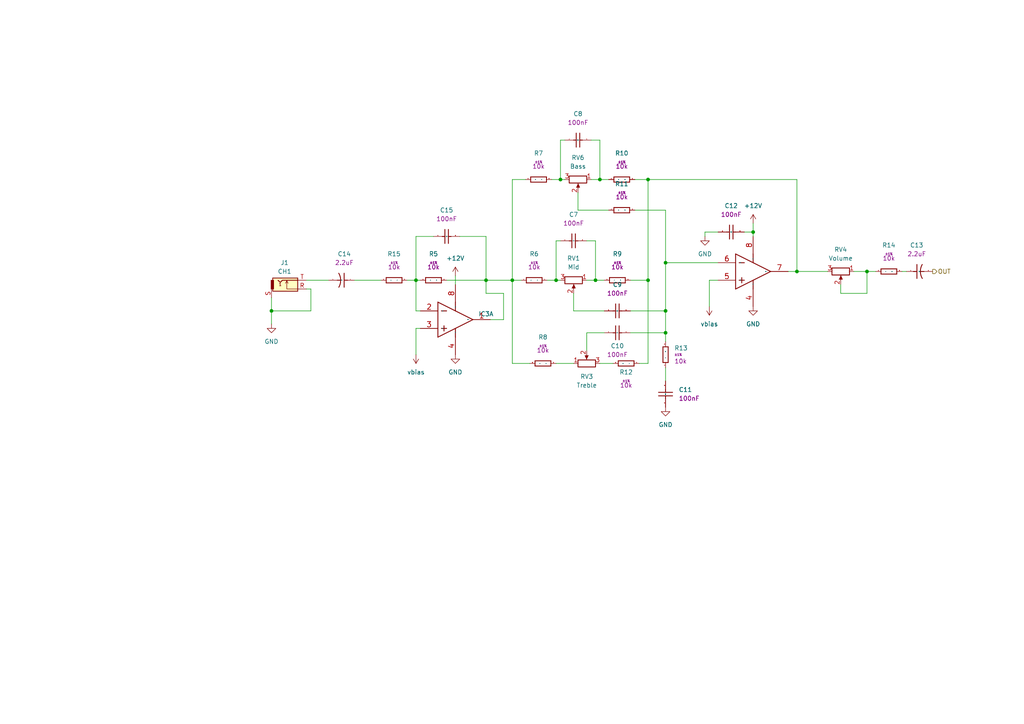
<source format=kicad_sch>
(kicad_sch (version 20231120) (generator "eeschema") (generator_version "7.99")
  (paper "A4")
  (junction (at 140.97 81.28))
  (junction (at 193.04 96.52))
  (junction (at 187.96 81.28))
  (junction (at 148.59 81.28))
  (junction (at 187.96 52.07))
  (junction (at 251.46 78.74))
  (junction (at 120.65 81.28))
  (junction (at 78.74 90.17))
  (junction (at 162.56 52.07))
  (junction (at 173.99 52.07))
  (junction (at 231.14 78.74))
  (junction (at 218.44 67.31))
  (junction (at 193.04 90.17))
  (junction (at 172.72 81.28))
  (junction (at 193.04 76.2))
  (junction (at 161.29 81.28))
  (wire (pts (xy 120.65 68.58) (xy 120.65 81.28)))
  (wire (pts (xy 231.14 78.74) (xy 240.03 78.74)))
  (wire (pts (xy 231.14 52.07) (xy 231.14 78.74)))
  (wire (pts (xy 120.65 95.25) (xy 120.65 102.87)))
  (wire (pts (xy 185.42 105.41) (xy 187.96 105.41)))
  (wire (pts (xy 173.99 52.07) (xy 176.53 52.07)))
  (wire (pts (xy 167.64 60.96) (xy 167.64 55.88)))
  (wire (pts (xy 193.04 106.68) (xy 193.04 110.49)))
  (wire (pts (xy 218.44 64.77) (xy 218.44 67.31)))
  (wire (pts (xy 193.04 90.17) (xy 193.04 76.2)))
  (wire (pts (xy 120.65 90.17) (xy 120.65 81.28)))
  (wire (pts (xy 182.88 96.52) (xy 193.04 96.52)))
  (wire (pts (xy 102.87 81.28) (xy 110.49 81.28)))
  (wire (pts (xy 140.97 81.28) (xy 140.97 85.09)))
  (wire (pts (xy 243.84 82.55) (xy 243.84 85.09)))
  (wire (pts (xy 193.04 60.96) (xy 184.15 60.96)))
  (wire (pts (xy 261.62 78.74) (xy 262.89 78.74)))
  (wire (pts (xy 170.18 96.52) (xy 170.18 101.6)))
  (wire (pts (xy 187.96 52.07) (xy 187.96 81.28)))
  (wire (pts (xy 251.46 85.09) (xy 251.46 78.74)))
  (wire (pts (xy 153.67 105.41) (xy 148.59 105.41)))
  (wire (pts (xy 140.97 68.58) (xy 140.97 81.28)))
  (wire (pts (xy 182.88 81.28) (xy 187.96 81.28)))
  (wire (pts (xy 161.29 81.28) (xy 162.56 81.28)))
  (wire (pts (xy 121.92 90.17) (xy 120.65 90.17)))
  (wire (pts (xy 170.18 81.28) (xy 172.72 81.28)))
  (wire (pts (xy 146.05 92.71) (xy 142.24 92.71)))
  (wire (pts (xy 78.74 90.17) (xy 90.17 90.17)))
  (wire (pts (xy 118.11 81.28) (xy 120.65 81.28)))
  (wire (pts (xy 78.74 86.36) (xy 78.74 90.17)))
  (wire (pts (xy 218.44 67.31) (xy 218.44 68.58)))
  (wire (pts (xy 90.17 90.17) (xy 90.17 83.82)))
  (wire (pts (xy 161.29 69.85) (xy 161.29 81.28)))
  (wire (pts (xy 148.59 105.41) (xy 148.59 81.28)))
  (wire (pts (xy 162.56 69.85) (xy 161.29 69.85)))
  (wire (pts (xy 182.88 90.17) (xy 193.04 90.17)))
  (wire (pts (xy 129.54 81.28) (xy 140.97 81.28)))
  (wire (pts (xy 173.99 40.64) (xy 173.99 52.07)))
  (wire (pts (xy 205.74 81.28) (xy 208.28 81.28)))
  (wire (pts (xy 176.53 60.96) (xy 167.64 60.96)))
  (wire (pts (xy 125.73 68.58) (xy 120.65 68.58)))
  (wire (pts (xy 171.45 40.64) (xy 173.99 40.64)))
  (wire (pts (xy 193.04 96.52) (xy 193.04 90.17)))
  (wire (pts (xy 231.14 78.74) (xy 228.6 78.74)))
  (wire (pts (xy 161.29 105.41) (xy 166.37 105.41)))
  (wire (pts (xy 175.26 96.52) (xy 170.18 96.52)))
  (wire (pts (xy 204.47 67.31) (xy 208.28 67.31)))
  (wire (pts (xy 243.84 85.09) (xy 251.46 85.09)))
  (wire (pts (xy 175.26 90.17) (xy 166.37 90.17)))
  (wire (pts (xy 171.45 52.07) (xy 173.99 52.07)))
  (wire (pts (xy 148.59 81.28) (xy 148.59 52.07)))
  (wire (pts (xy 78.74 90.17) (xy 78.74 93.98)))
  (wire (pts (xy 166.37 90.17) (xy 166.37 85.09)))
  (wire (pts (xy 162.56 40.64) (xy 162.56 52.07)))
  (wire (pts (xy 132.08 80.01) (xy 132.08 82.55)))
  (wire (pts (xy 215.9 67.31) (xy 218.44 67.31)))
  (wire (pts (xy 251.46 78.74) (xy 254 78.74)))
  (wire (pts (xy 148.59 81.28) (xy 151.13 81.28)))
  (wire (pts (xy 187.96 52.07) (xy 231.14 52.07)))
  (wire (pts (xy 251.46 78.74) (xy 247.65 78.74)))
  (wire (pts (xy 146.05 85.09) (xy 146.05 92.71)))
  (wire (pts (xy 204.47 67.31) (xy 204.47 68.58)))
  (wire (pts (xy 148.59 52.07) (xy 152.4 52.07)))
  (wire (pts (xy 172.72 69.85) (xy 172.72 81.28)))
  (wire (pts (xy 193.04 76.2) (xy 208.28 76.2)))
  (wire (pts (xy 193.04 76.2) (xy 193.04 60.96)))
  (wire (pts (xy 160.02 52.07) (xy 162.56 52.07)))
  (wire (pts (xy 133.35 68.58) (xy 140.97 68.58)))
  (wire (pts (xy 121.92 95.25) (xy 120.65 95.25)))
  (wire (pts (xy 88.9 81.28) (xy 95.25 81.28)))
  (wire (pts (xy 187.96 52.07) (xy 184.15 52.07)))
  (wire (pts (xy 90.17 83.82) (xy 88.9 83.82)))
  (wire (pts (xy 193.04 96.52) (xy 193.04 99.06)))
  (wire (pts (xy 162.56 52.07) (xy 163.83 52.07)))
  (wire (pts (xy 140.97 81.28) (xy 148.59 81.28)))
  (wire (pts (xy 173.99 105.41) (xy 177.8 105.41)))
  (wire (pts (xy 140.97 85.09) (xy 146.05 85.09)))
  (wire (pts (xy 163.83 40.64) (xy 162.56 40.64)))
  (wire (pts (xy 158.75 81.28) (xy 161.29 81.28)))
  (wire (pts (xy 172.72 81.28) (xy 175.26 81.28)))
  (wire (pts (xy 121.92 81.28) (xy 120.65 81.28)))
  (wire (pts (xy 187.96 81.28) (xy 187.96 105.41)))
  (wire (pts (xy 170.18 69.85) (xy 172.72 69.85)))
  (wire (pts (xy 205.74 81.28) (xy 205.74 88.9)))
  (hierarchical_label "OUT" (shape output) (at 270.51 78.74 0))
  (symbol (lib_id "power:GND") (at 132.08 102.87 0) (unit 1)
    (property "Reference" "#PWR016" (effects (hide yes)))
    (property "Value" "GND" (at 132.08 107.95 0))
    (property "Description" "GROUND power-flag symbol" (effects (hide yes)))
    (instances (project "multichannel_mixer" (path "" (reference "#PWR016") (unit 1)) (path "" (reference "#PWR024") (unit 1)) (path "" (reference "#PWR032") (unit 1)) (path "" (reference "#PWR040") (unit 1))))
  )
  (symbol (lib_id "Resistors SMD:R1206_10K_1%_0.25W_100PPM") (at 161.29 105.41 180) (unit 1)
    (property "Reference" "R8" (at 157.48 97.79 0))
    (property "Value" "R1206_10K_1%_0.25W_100PPM" (effects (hide yes)))
    (property "Footprint" "Resistors SMD:RESC3216X65N" (effects (hide yes)))
    (property "Datasheet" "\\\\cern.ch\\dfs\\Applications\\Altium\\Datasheets\\R1206_NIC_NRC.pdf" (effects (hide yes)))
    (property "Description" "±1%" (at 157.48 100.33 0) (effects (font (size 0.635 0.635))))
    (property "Val" "10k" (at 157.48 101.6 0))
    (property "Part Number" "R1206_10K_1%_0.25W_100PPM" (effects (hide yes)))
    (property "Library Ref" "Resistor - 1%" (effects (hide yes)))
    (property "Library Path" "SchLib\\Resistors.SchLib" (effects (hide yes)))
    (property "Comment" "10k" (effects (hide yes)))
    (property "Component Kind" "Standard" (effects (hide yes)))
    (property "Component Type" "Standard" (effects (hide yes)))
    (property "PackageDescription" " " (effects (hide yes)))
    (property "Pin Count" "2" (effects (hide yes)))
    (property "Footprint Path" "PcbLib\\Resistors SMD.PcbLib" (effects (hide yes)))
    (property "Footprint Ref" "RESC3216X65N" (effects (hide yes)))
    (property "Status" "Preferred" (effects (hide yes)))
    (property "Power" "0.25W" (effects (hide yes)))
    (property "TC" "±100ppm/°C" (effects (hide yes)))
    (property "Voltage" " " (effects (hide yes)))
    (property "Tolerance" "±1%" (effects (hide yes)))
    (property "Part Description" "General Purpose Thick Film Chip Resistor" (effects (hide yes)))
    (property "Manufacturer" "GENERIC" (effects (hide yes)))
    (property "Manufacturer Part Number" "R1206_10K_1%_0.25W_100PPM" (effects (hide yes)))
    (property "Case" "1206" (effects (hide yes)))
    (property "PressFit" "No" (effects (hide yes)))
    (property "Mounted" "Yes" (effects (hide yes)))
    (property "Sense Comment" " " (effects (hide yes)))
    (property "Sense" "No" (effects (hide yes)))
    (property "Status Comment" " " (effects (hide yes)))
    (property "Socket" "No" (effects (hide yes)))
    (property "SMD" "Yes" (effects (hide yes)))
    (property "ComponentHeight" " " (effects (hide yes)))
    (property "Manufacturer1 Example" "NIC COMPONENT" (effects (hide yes)))
    (property "Manufacturer1 Part Number" "NRC12F1002TRF" (effects (hide yes)))
    (property "Manufacturer1 ComponentHeight" "0.65mm" (effects (hide yes)))
    (property "HelpURL" "\\\\cern.ch\\dfs\\Applications\\Altium\\Datasheets\\R1206_NIC_NRC.pdf" (effects (hide yes)))
    (property "Author" "CERN DEM JLC" (effects (hide yes)))
    (property "CreateDate" "12/03/07 00:00:00" (effects (hide yes)))
    (property "LatestRevisionDate" "03/13/08 00:00:00" (effects (hide yes)))
    (property "Database Table Name" "Resistors" (effects (hide yes)))
    (property "Library Name" "Resistors SMD" (effects (hide yes)))
    (property "Footprint Library" "Resistors SMD" (effects (hide yes)))
    (property "License" "This work is licensed under the Creative Commons CC-BY-SA 4.0 License. To the extent that circuit schematics that use Licensed Material can be considered to be ‘Adapted Material’, then the copyright holder waives article 3.b of the license with respect to these schematics." (effects (hide yes)))
    (instances (project "multichannel_mixer" (path "" (reference "R8") (unit 1)) (path "" (reference "R19") (unit 1)) (path "" (reference "R41") (unit 1)) (path "" (reference "R30") (unit 1))))
  )
  (symbol (lib_id "power:+12V") (at 132.08 80.01 0) (unit 1)
    (property "Reference" "#PWR015" (effects (hide yes)))
    (property "Value" "+12V" (at 132.08 74.93 0))
    (property "Description" "power-flag symbol" (effects (hide yes)))
    (instances (project "multichannel_mixer" (path "" (reference "#PWR015") (unit 1)) (path "" (reference "#PWR023") (unit 1)) (path "" (reference "#PWR031") (unit 1)) (path "" (reference "#PWR039") (unit 1))))
  )
  (symbol (lib_id "device:POT") (at 167.64 52.07 270) (unit 1)
    (property "Reference" "RV6" (at 167.64 45.72 90))
    (property "Value" "Bass" (at 167.64 48.26 90))
    (property "Footprint" "Potentiometer_THT:Potentiometer_Alps_RK09K_Single_Vertical" (effects (hide yes)))
    (property "Description" "Potentiometer" (effects (hide yes)))
    (instances (project "multichannel_mixer" (path "" (reference "RV6") (unit 1)) (path "" (reference "RV14") (unit 1)) (path "" (reference "RV2") (unit 1)) (path "" (reference "RV10") (unit 1))))
  )
  (symbol (lib_id "Resistors SMD:R1206_10K_1%_0.25W_100PPM") (at 254 78.74 0) (unit 1)
    (property "Reference" "R14" (at 257.81 71.12 0))
    (property "Value" "R1206_10K_1%_0.25W_100PPM" (effects (hide yes)))
    (property "Footprint" "Resistors SMD:RESC3216X65N" (effects (hide yes)))
    (property "Datasheet" "\\\\cern.ch\\dfs\\Applications\\Altium\\Datasheets\\R1206_NIC_NRC.pdf" (effects (hide yes)))
    (property "Description" "±1%" (at 257.81 73.66 0) (effects (font (size 0.635 0.635))))
    (property "Val" "10k" (at 257.81 74.93 0))
    (property "Part Number" "R1206_10K_1%_0.25W_100PPM" (effects (hide yes)))
    (property "Library Ref" "Resistor - 1%" (effects (hide yes)))
    (property "Library Path" "SchLib\\Resistors.SchLib" (effects (hide yes)))
    (property "Comment" "10k" (effects (hide yes)))
    (property "Component Kind" "Standard" (effects (hide yes)))
    (property "Component Type" "Standard" (effects (hide yes)))
    (property "PackageDescription" " " (effects (hide yes)))
    (property "Pin Count" "2" (effects (hide yes)))
    (property "Footprint Path" "PcbLib\\Resistors SMD.PcbLib" (effects (hide yes)))
    (property "Footprint Ref" "RESC3216X65N" (effects (hide yes)))
    (property "Status" "Preferred" (effects (hide yes)))
    (property "Power" "0.25W" (effects (hide yes)))
    (property "TC" "±100ppm/°C" (effects (hide yes)))
    (property "Voltage" " " (effects (hide yes)))
    (property "Tolerance" "±1%" (effects (hide yes)))
    (property "Part Description" "General Purpose Thick Film Chip Resistor" (effects (hide yes)))
    (property "Manufacturer" "GENERIC" (effects (hide yes)))
    (property "Manufacturer Part Number" "R1206_10K_1%_0.25W_100PPM" (effects (hide yes)))
    (property "Case" "1206" (effects (hide yes)))
    (property "PressFit" "No" (effects (hide yes)))
    (property "Mounted" "Yes" (effects (hide yes)))
    (property "Sense Comment" " " (effects (hide yes)))
    (property "Sense" "No" (effects (hide yes)))
    (property "Status Comment" " " (effects (hide yes)))
    (property "Socket" "No" (effects (hide yes)))
    (property "SMD" "Yes" (effects (hide yes)))
    (property "ComponentHeight" " " (effects (hide yes)))
    (property "Manufacturer1 Example" "NIC COMPONENT" (effects (hide yes)))
    (property "Manufacturer1 Part Number" "NRC12F1002TRF" (effects (hide yes)))
    (property "Manufacturer1 ComponentHeight" "0.65mm" (effects (hide yes)))
    (property "HelpURL" "\\\\cern.ch\\dfs\\Applications\\Altium\\Datasheets\\R1206_NIC_NRC.pdf" (effects (hide yes)))
    (property "Author" "CERN DEM JLC" (effects (hide yes)))
    (property "CreateDate" "12/03/07 00:00:00" (effects (hide yes)))
    (property "LatestRevisionDate" "03/13/08 00:00:00" (effects (hide yes)))
    (property "Database Table Name" "Resistors" (effects (hide yes)))
    (property "Library Name" "Resistors SMD" (effects (hide yes)))
    (property "Footprint Library" "Resistors SMD" (effects (hide yes)))
    (property "License" "This work is licensed under the Creative Commons CC-BY-SA 4.0 License. To the extent that circuit schematics that use Licensed Material can be considered to be ‘Adapted Material’, then the copyright holder waives article 3.b of the license with respect to these schematics." (effects (hide yes)))
    (instances (project "multichannel_mixer" (path "" (reference "R14") (unit 1)) (path "" (reference "R25") (unit 1)) (path "" (reference "R47") (unit 1)) (path "" (reference "R36") (unit 1))))
  )
  (symbol (lib_id "power:+1V1") (at 120.65 102.87 180) (unit 1)
    (property "Reference" "#PWR014" (effects (hide yes)))
    (property "Value" "vbias" (at 120.65 107.95 0))
    (instances (project "multichannel_mixer" (path "" (reference "#PWR014") (unit 1)) (path "" (reference "#PWR022") (unit 1)) (path "" (reference "#PWR030") (unit 1)) (path "" (reference "#PWR038") (unit 1))))
  )
  (symbol (lib_id "Capacitors THD:CTEB_2.2UF_35V_10%_254-500X840") (at 262.89 78.74 0) (unit 1)
    (property "Reference" "C13" (at 265.8903 71.12 0))
    (property "Value" "CTEB_2.2UF_35V_10%_254-500X840" (effects (hide yes)))
    (property "Footprint" "Capacitors THD:CAPPRB254-500X840" (effects (hide yes)))
    (property "Datasheet" "\\\\cern.ch\\dfs\\Applications\\Altium\\Datasheets\\CTEB_KEMET_T350.pdf" (effects (hide yes)))
    (property "Description" "2.2uF" (at 265.8903 73.66 0))
    (property "Part Number" "CTEB_2.2UF_35V_10%_254-500X840" (effects (hide yes)))
    (property "Library Ref" "Capacitor - polarized" (effects (hide yes)))
    (property "Library Path" "SchLib\\Capacitors.SchLib" (effects (hide yes)))
    (property "Comment" "2.2uF" (effects (hide yes)))
    (property "Component Kind" "Standard" (effects (hide yes)))
    (property "Component Type" "Standard" (effects (hide yes)))
    (property "PackageDescription" " " (effects (hide yes)))
    (property "Pin Count" "2" (effects (hide yes)))
    (property "Footprint Path" "PcbLib\\Capacitors THD.PcbLib" (effects (hide yes)))
    (property "Footprint Ref" "CAPPRB254-500X840" (effects (hide yes)))
    (property "Status" "None" (effects (hide yes)))
    (property "Status Comment" " " (effects (hide yes)))
    (property "Voltage" "35V" (effects (hide yes)))
    (property "TC" " " (effects (hide yes)))
    (property "Tolerance" "±10%" (effects (hide yes)))
    (property "Part Description" "Solid Tantalum Resin Dipped Capacitor" (effects (hide yes)))
    (property "Manufacturer" "KEMET" (effects (hide yes)))
    (property "Manufacturer Part Number" "T350C225K035AT" (effects (hide yes)))
    (property "Case" "LS2.54 D5 x H8.4" (effects (hide yes)))
    (property "Mounted" "Yes" (effects (hide yes)))
    (property "PressFit" " " (effects (hide yes)))
    (property "Socket" "No" (effects (hide yes)))
    (property "SMD" "No" (effects (hide yes)))
    (property "Sense" "No" (effects (hide yes)))
    (property "Sense Comment" " " (effects (hide yes)))
    (property "ComponentHeight" "8.4mm" (effects (hide yes)))
    (property "Manufacturer1 Example" " " (effects (hide yes)))
    (property "Manufacturer1 Part Number" " " (effects (hide yes)))
    (property "Manufacturer1 ComponentHeight" " " (effects (hide yes)))
    (property "HelpURL" "\\\\cern.ch\\dfs\\Applications\\Altium\\Datasheets\\CTEB_KEMET_T350.pdf" (effects (hide yes)))
    (property "Author" "CERN DEM JLC" (effects (hide yes)))
    (property "CreateDate" "12/16/09 00:00:00" (effects (hide yes)))
    (property "LatestRevisionDate" "12/16/09 00:00:00" (effects (hide yes)))
    (property "Database Table Name" "Capacitors" (effects (hide yes)))
    (property "Library Name" "Capacitors THD" (effects (hide yes)))
    (property "Footprint Library" "Capacitors THD" (effects (hide yes)))
    (property "License" "This work is licensed under the Creative Commons CC-BY-SA 4.0 License. To the extent that circuit schematics that use Licensed Material can be considered to be ‘Adapted Material’, then the copyright holder waives article 3.b of the license with respect to these schematics." (effects (hide yes)))
    (instances (project "multichannel_mixer" (path "" (reference "C13") (unit 1)) (path "" (reference "C22") (unit 1)) (path "" (reference "C40") (unit 1)) (path "" (reference "C31") (unit 1))))
  )
  (symbol (lib_id "Resistors SMD:R1206_10K_1%_0.25W_100PPM") (at 151.13 81.28 0) (unit 1)
    (property "Reference" "R6" (at 154.94 73.66 0))
    (property "Value" "R1206_10K_1%_0.25W_100PPM" (effects (hide yes)))
    (property "Footprint" "Resistors SMD:RESC3216X65N" (effects (hide yes)))
    (property "Datasheet" "\\\\cern.ch\\dfs\\Applications\\Altium\\Datasheets\\R1206_NIC_NRC.pdf" (effects (hide yes)))
    (property "Description" "±1%" (at 154.94 76.2 0) (effects (font (size 0.635 0.635))))
    (property "Val" "10k" (at 154.94 77.47 0))
    (property "Part Number" "R1206_10K_1%_0.25W_100PPM" (effects (hide yes)))
    (property "Library Ref" "Resistor - 1%" (effects (hide yes)))
    (property "Library Path" "SchLib\\Resistors.SchLib" (effects (hide yes)))
    (property "Comment" "10k" (effects (hide yes)))
    (property "Component Kind" "Standard" (effects (hide yes)))
    (property "Component Type" "Standard" (effects (hide yes)))
    (property "PackageDescription" " " (effects (hide yes)))
    (property "Pin Count" "2" (effects (hide yes)))
    (property "Footprint Path" "PcbLib\\Resistors SMD.PcbLib" (effects (hide yes)))
    (property "Footprint Ref" "RESC3216X65N" (effects (hide yes)))
    (property "Status" "Preferred" (effects (hide yes)))
    (property "Power" "0.25W" (effects (hide yes)))
    (property "TC" "±100ppm/°C" (effects (hide yes)))
    (property "Voltage" " " (effects (hide yes)))
    (property "Tolerance" "±1%" (effects (hide yes)))
    (property "Part Description" "General Purpose Thick Film Chip Resistor" (effects (hide yes)))
    (property "Manufacturer" "GENERIC" (effects (hide yes)))
    (property "Manufacturer Part Number" "R1206_10K_1%_0.25W_100PPM" (effects (hide yes)))
    (property "Case" "1206" (effects (hide yes)))
    (property "PressFit" "No" (effects (hide yes)))
    (property "Mounted" "Yes" (effects (hide yes)))
    (property "Sense Comment" " " (effects (hide yes)))
    (property "Sense" "No" (effects (hide yes)))
    (property "Status Comment" " " (effects (hide yes)))
    (property "Socket" "No" (effects (hide yes)))
    (property "SMD" "Yes" (effects (hide yes)))
    (property "ComponentHeight" " " (effects (hide yes)))
    (property "Manufacturer1 Example" "NIC COMPONENT" (effects (hide yes)))
    (property "Manufacturer1 Part Number" "NRC12F1002TRF" (effects (hide yes)))
    (property "Manufacturer1 ComponentHeight" "0.65mm" (effects (hide yes)))
    (property "HelpURL" "\\\\cern.ch\\dfs\\Applications\\Altium\\Datasheets\\R1206_NIC_NRC.pdf" (effects (hide yes)))
    (property "Author" "CERN DEM JLC" (effects (hide yes)))
    (property "CreateDate" "12/03/07 00:00:00" (effects (hide yes)))
    (property "LatestRevisionDate" "03/13/08 00:00:00" (effects (hide yes)))
    (property "Database Table Name" "Resistors" (effects (hide yes)))
    (property "Library Name" "Resistors SMD" (effects (hide yes)))
    (property "Footprint Library" "Resistors SMD" (effects (hide yes)))
    (property "License" "This work is licensed under the Creative Commons CC-BY-SA 4.0 License. To the extent that circuit schematics that use Licensed Material can be considered to be ‘Adapted Material’, then the copyright holder waives article 3.b of the license with respect to these schematics." (effects (hide yes)))
    (instances (project "multichannel_mixer" (path "" (reference "R6") (unit 1)) (path "" (reference "R17") (unit 1)) (path "" (reference "R39") (unit 1)) (path "" (reference "R28") (unit 1))))
  )
  (symbol (lib_id "power:GND") (at 218.44 88.9 0) (unit 1)
    (property "Reference" "#PWR021" (effects (hide yes)))
    (property "Value" "GND" (at 218.44 93.98 0))
    (property "Description" "GROUND power-flag symbol" (effects (hide yes)))
    (instances (project "multichannel_mixer" (path "" (reference "#PWR021") (unit 1)) (path "" (reference "#PWR029") (unit 1)) (path "" (reference "#PWR037") (unit 1)) (path "" (reference "#PWR045") (unit 1))))
  )
  (symbol (lib_id "Resistors SMD:R1206_10K_1%_0.25W_100PPM") (at 185.42 105.41 180) (unit 1)
    (property "Reference" "R12" (at 181.61 107.95 0))
    (property "Value" "R1206_10K_1%_0.25W_100PPM" (effects (hide yes)))
    (property "Footprint" "Resistors SMD:RESC3216X65N" (effects (hide yes)))
    (property "Datasheet" "\\\\cern.ch\\dfs\\Applications\\Altium\\Datasheets\\R1206_NIC_NRC.pdf" (effects (hide yes)))
    (property "Description" "±1%" (at 181.61 110.49 0) (effects (font (size 0.635 0.635))))
    (property "Val" "10k" (at 181.61 111.76 0))
    (property "Part Number" "R1206_10K_1%_0.25W_100PPM" (effects (hide yes)))
    (property "Library Ref" "Resistor - 1%" (effects (hide yes)))
    (property "Library Path" "SchLib\\Resistors.SchLib" (effects (hide yes)))
    (property "Comment" "10k" (effects (hide yes)))
    (property "Component Kind" "Standard" (effects (hide yes)))
    (property "Component Type" "Standard" (effects (hide yes)))
    (property "PackageDescription" " " (effects (hide yes)))
    (property "Pin Count" "2" (effects (hide yes)))
    (property "Footprint Path" "PcbLib\\Resistors SMD.PcbLib" (effects (hide yes)))
    (property "Footprint Ref" "RESC3216X65N" (effects (hide yes)))
    (property "Status" "Preferred" (effects (hide yes)))
    (property "Power" "0.25W" (effects (hide yes)))
    (property "TC" "±100ppm/°C" (effects (hide yes)))
    (property "Voltage" " " (effects (hide yes)))
    (property "Tolerance" "±1%" (effects (hide yes)))
    (property "Part Description" "General Purpose Thick Film Chip Resistor" (effects (hide yes)))
    (property "Manufacturer" "GENERIC" (effects (hide yes)))
    (property "Manufacturer Part Number" "R1206_10K_1%_0.25W_100PPM" (effects (hide yes)))
    (property "Case" "1206" (effects (hide yes)))
    (property "PressFit" "No" (effects (hide yes)))
    (property "Mounted" "Yes" (effects (hide yes)))
    (property "Sense Comment" " " (effects (hide yes)))
    (property "Sense" "No" (effects (hide yes)))
    (property "Status Comment" " " (effects (hide yes)))
    (property "Socket" "No" (effects (hide yes)))
    (property "SMD" "Yes" (effects (hide yes)))
    (property "ComponentHeight" " " (effects (hide yes)))
    (property "Manufacturer1 Example" "NIC COMPONENT" (effects (hide yes)))
    (property "Manufacturer1 Part Number" "NRC12F1002TRF" (effects (hide yes)))
    (property "Manufacturer1 ComponentHeight" "0.65mm" (effects (hide yes)))
    (property "HelpURL" "\\\\cern.ch\\dfs\\Applications\\Altium\\Datasheets\\R1206_NIC_NRC.pdf" (effects (hide yes)))
    (property "Author" "CERN DEM JLC" (effects (hide yes)))
    (property "CreateDate" "12/03/07 00:00:00" (effects (hide yes)))
    (property "LatestRevisionDate" "03/13/08 00:00:00" (effects (hide yes)))
    (property "Database Table Name" "Resistors" (effects (hide yes)))
    (property "Library Name" "Resistors SMD" (effects (hide yes)))
    (property "Footprint Library" "Resistors SMD" (effects (hide yes)))
    (property "License" "This work is licensed under the Creative Commons CC-BY-SA 4.0 License. To the extent that circuit schematics that use Licensed Material can be considered to be ‘Adapted Material’, then the copyright holder waives article 3.b of the license with respect to these schematics." (effects (hide yes)))
    (instances (project "multichannel_mixer" (path "" (reference "R12") (unit 1)) (path "" (reference "R23") (unit 1)) (path "" (reference "R45") (unit 1)) (path "" (reference "R34") (unit 1))))
  )
  (symbol (lib_id "Capacitors SMD:CC1206_100NF_50V_10%_X7R") (at 208.28 67.31 0) (unit 1)
    (property "Reference" "C12" (at 212.09 59.69 0))
    (property "Value" "CC1206_100NF_50V_10%_X7R" (effects (hide yes)))
    (property "Footprint" "Capacitors SMD:CAPC3216X140N" (effects (hide yes)))
    (property "Datasheet" "\\\\cern.ch\\dfs\\Applications\\Altium\\Datasheets\\CC1206_X7R_VISHAY_VJ.pdf" (effects (hide yes)))
    (property "Description" "100nF" (at 212.09 62.23 0))
    (property "Part Number" "CC1206_100NF_50V_10%_X7R" (effects (hide yes)))
    (property "Library Ref" "Capacitor - non polarized" (effects (hide yes)))
    (property "Library Path" "SchLib\\Capacitors.SchLib" (effects (hide yes)))
    (property "Comment" "100nF" (effects (hide yes)))
    (property "Component Kind" "Standard" (effects (hide yes)))
    (property "Component Type" "Standard" (effects (hide yes)))
    (property "Pin Count" "2" (effects (hide yes)))
    (property "Footprint Path" "PcbLib\\Capacitors SMD.PcbLib" (effects (hide yes)))
    (property "Footprint Ref" "CAPC3216X140N" (effects (hide yes)))
    (property "PackageDescription" " " (effects (hide yes)))
    (property "Status" "Preferred" (effects (hide yes)))
    (property "Status Comment" " " (effects (hide yes)))
    (property "Voltage" "50V" (effects (hide yes)))
    (property "TC" "X7R" (effects (hide yes)))
    (property "Tolerance" "±10%" (effects (hide yes)))
    (property "Part Description" "SMD Multilayer Chip Ceramic Capacitor" (effects (hide yes)))
    (property "Manufacturer" "GENERIC" (effects (hide yes)))
    (property "Manufacturer Part Number" "CC1206_100NF_50V_10%_X7R" (effects (hide yes)))
    (property "Case" "1206" (effects (hide yes)))
    (property "Mounted" "Yes" (effects (hide yes)))
    (property "Socket" "No" (effects (hide yes)))
    (property "SMD" "Yes" (effects (hide yes)))
    (property "PressFit" " " (effects (hide yes)))
    (property "Sense" "No" (effects (hide yes)))
    (property "Sense Comment" " " (effects (hide yes)))
    (property "ComponentHeight" " " (effects (hide yes)))
    (property "Manufacturer1 Example" "VISHAY VITRAMON" (effects (hide yes)))
    (property "Manufacturer1 Part Number" "VJ1206Y104KXAAT" (effects (hide yes)))
    (property "Manufacturer1 ComponentHeight" "1.7mm" (effects (hide yes)))
    (property "HelpURL" "\\\\cern.ch\\dfs\\Applications\\Altium\\Datasheets\\CC1206_X7R_VISHAY_VJ.pdf" (effects (hide yes)))
    (property "Author" "CERN DEM JLC" (effects (hide yes)))
    (property "CreateDate" "12/03/07 00:00:00" (effects (hide yes)))
    (property "LatestRevisionDate" "12/03/07 00:00:00" (effects (hide yes)))
    (property "Database Table Name" "Capacitors" (effects (hide yes)))
    (property "Library Name" "Capacitors SMD" (effects (hide yes)))
    (property "Footprint Library" "Capacitors SMD" (effects (hide yes)))
    (property "License" "This work is licensed under the Creative Commons CC-BY-SA 4.0 License. To the extent that circuit schematics that use Licensed Material can be considered to be ‘Adapted Material’, then the copyright holder waives article 3.b of the license with respect to these schematics." (effects (hide yes)))
    (instances (project "multichannel_mixer" (path "" (reference "C12") (unit 1)) (path "" (reference "C21") (unit 1)) (path "" (reference "C39") (unit 1)) (path "" (reference "C30") (unit 1))))
  )
  (symbol (lib_id "device:POT") (at 170.18 105.41 90) (unit 1)
    (property "Reference" "RV3" (at 170.18 109.22 90))
    (property "Value" "Treble" (at 170.18 111.76 90))
    (property "Footprint" "Potentiometer_THT:Potentiometer_Alps_RK09K_Single_Vertical" (effects (hide yes)))
    (property "Description" "Potentiometer" (effects (hide yes)))
    (instances (project "multichannel_mixer" (path "" (reference "RV3") (unit 1)) (path "" (reference "RV7") (unit 1)) (path "" (reference "RV15") (unit 1)) (path "" (reference "RV11") (unit 1))))
  )
  (symbol (lib_id "Resistors SMD:R1206_10K_1%_0.25W_100PPM") (at 193.04 106.68 90) (unit 1)
    (property "Reference" "R13" (at 195.58 100.9649 90) (effects (justify right)))
    (property "Value" "R1206_10K_1%_0.25W_100PPM" (effects (hide yes)))
    (property "Footprint" "Resistors SMD:RESC3216X65N" (effects (hide yes)))
    (property "Datasheet" "\\\\cern.ch\\dfs\\Applications\\Altium\\Datasheets\\R1206_NIC_NRC.pdf" (effects (hide yes)))
    (property "Description" "±1%" (at 195.58 102.87 90) (effects (font (size 0.635 0.635)) (justify right)))
    (property "Val" "10k" (at 195.58 104.7749 90) (effects (justify right)))
    (property "Part Number" "R1206_10K_1%_0.25W_100PPM" (effects (hide yes)))
    (property "Library Ref" "Resistor - 1%" (effects (hide yes)))
    (property "Library Path" "SchLib\\Resistors.SchLib" (effects (hide yes)))
    (property "Comment" "10k" (effects (hide yes)))
    (property "Component Kind" "Standard" (effects (hide yes)))
    (property "Component Type" "Standard" (effects (hide yes)))
    (property "PackageDescription" " " (effects (hide yes)))
    (property "Pin Count" "2" (effects (hide yes)))
    (property "Footprint Path" "PcbLib\\Resistors SMD.PcbLib" (effects (hide yes)))
    (property "Footprint Ref" "RESC3216X65N" (effects (hide yes)))
    (property "Status" "Preferred" (effects (hide yes)))
    (property "Power" "0.25W" (effects (hide yes)))
    (property "TC" "±100ppm/°C" (effects (hide yes)))
    (property "Voltage" " " (effects (hide yes)))
    (property "Tolerance" "±1%" (effects (hide yes)))
    (property "Part Description" "General Purpose Thick Film Chip Resistor" (effects (hide yes)))
    (property "Manufacturer" "GENERIC" (effects (hide yes)))
    (property "Manufacturer Part Number" "R1206_10K_1%_0.25W_100PPM" (effects (hide yes)))
    (property "Case" "1206" (effects (hide yes)))
    (property "PressFit" "No" (effects (hide yes)))
    (property "Mounted" "Yes" (effects (hide yes)))
    (property "Sense Comment" " " (effects (hide yes)))
    (property "Sense" "No" (effects (hide yes)))
    (property "Status Comment" " " (effects (hide yes)))
    (property "Socket" "No" (effects (hide yes)))
    (property "SMD" "Yes" (effects (hide yes)))
    (property "ComponentHeight" " " (effects (hide yes)))
    (property "Manufacturer1 Example" "NIC COMPONENT" (effects (hide yes)))
    (property "Manufacturer1 Part Number" "NRC12F1002TRF" (effects (hide yes)))
    (property "Manufacturer1 ComponentHeight" "0.65mm" (effects (hide yes)))
    (property "HelpURL" "\\\\cern.ch\\dfs\\Applications\\Altium\\Datasheets\\R1206_NIC_NRC.pdf" (effects (hide yes)))
    (property "Author" "CERN DEM JLC" (effects (hide yes)))
    (property "CreateDate" "12/03/07 00:00:00" (effects (hide yes)))
    (property "LatestRevisionDate" "03/13/08 00:00:00" (effects (hide yes)))
    (property "Database Table Name" "Resistors" (effects (hide yes)))
    (property "Library Name" "Resistors SMD" (effects (hide yes)))
    (property "Footprint Library" "Resistors SMD" (effects (hide yes)))
    (property "License" "This work is licensed under the Creative Commons CC-BY-SA 4.0 License. To the extent that circuit schematics that use Licensed Material can be considered to be ‘Adapted Material’, then the copyright holder waives article 3.b of the license with respect to these schematics." (effects (hide yes)))
    (instances (project "multichannel_mixer" (path "" (reference "R13") (unit 1)) (path "" (reference "R24") (unit 1)) (path "" (reference "R46") (unit 1)) (path "" (reference "R35") (unit 1))))
  )
  (symbol (lib_id "Resistors SMD:R1206_10K_1%_0.25W_100PPM") (at 176.53 60.96 0) (unit 1)
    (property "Reference" "R11" (at 180.34 53.34 0))
    (property "Value" "R1206_10K_1%_0.25W_100PPM" (effects (hide yes)))
    (property "Footprint" "Resistors SMD:RESC3216X65N" (effects (hide yes)))
    (property "Datasheet" "\\\\cern.ch\\dfs\\Applications\\Altium\\Datasheets\\R1206_NIC_NRC.pdf" (effects (hide yes)))
    (property "Description" "±1%" (at 180.34 55.88 0) (effects (font (size 0.635 0.635))))
    (property "Val" "10k" (at 180.34 57.15 0))
    (property "Part Number" "R1206_10K_1%_0.25W_100PPM" (effects (hide yes)))
    (property "Library Ref" "Resistor - 1%" (effects (hide yes)))
    (property "Library Path" "SchLib\\Resistors.SchLib" (effects (hide yes)))
    (property "Comment" "10k" (effects (hide yes)))
    (property "Component Kind" "Standard" (effects (hide yes)))
    (property "Component Type" "Standard" (effects (hide yes)))
    (property "PackageDescription" " " (effects (hide yes)))
    (property "Pin Count" "2" (effects (hide yes)))
    (property "Footprint Path" "PcbLib\\Resistors SMD.PcbLib" (effects (hide yes)))
    (property "Footprint Ref" "RESC3216X65N" (effects (hide yes)))
    (property "Status" "Preferred" (effects (hide yes)))
    (property "Power" "0.25W" (effects (hide yes)))
    (property "TC" "±100ppm/°C" (effects (hide yes)))
    (property "Voltage" " " (effects (hide yes)))
    (property "Tolerance" "±1%" (effects (hide yes)))
    (property "Part Description" "General Purpose Thick Film Chip Resistor" (effects (hide yes)))
    (property "Manufacturer" "GENERIC" (effects (hide yes)))
    (property "Manufacturer Part Number" "R1206_10K_1%_0.25W_100PPM" (effects (hide yes)))
    (property "Case" "1206" (effects (hide yes)))
    (property "PressFit" "No" (effects (hide yes)))
    (property "Mounted" "Yes" (effects (hide yes)))
    (property "Sense Comment" " " (effects (hide yes)))
    (property "Sense" "No" (effects (hide yes)))
    (property "Status Comment" " " (effects (hide yes)))
    (property "Socket" "No" (effects (hide yes)))
    (property "SMD" "Yes" (effects (hide yes)))
    (property "ComponentHeight" " " (effects (hide yes)))
    (property "Manufacturer1 Example" "NIC COMPONENT" (effects (hide yes)))
    (property "Manufacturer1 Part Number" "NRC12F1002TRF" (effects (hide yes)))
    (property "Manufacturer1 ComponentHeight" "0.65mm" (effects (hide yes)))
    (property "HelpURL" "\\\\cern.ch\\dfs\\Applications\\Altium\\Datasheets\\R1206_NIC_NRC.pdf" (effects (hide yes)))
    (property "Author" "CERN DEM JLC" (effects (hide yes)))
    (property "CreateDate" "12/03/07 00:00:00" (effects (hide yes)))
    (property "LatestRevisionDate" "03/13/08 00:00:00" (effects (hide yes)))
    (property "Database Table Name" "Resistors" (effects (hide yes)))
    (property "Library Name" "Resistors SMD" (effects (hide yes)))
    (property "Footprint Library" "Resistors SMD" (effects (hide yes)))
    (property "License" "This work is licensed under the Creative Commons CC-BY-SA 4.0 License. To the extent that circuit schematics that use Licensed Material can be considered to be ‘Adapted Material’, then the copyright holder waives article 3.b of the license with respect to these schematics." (effects (hide yes)))
    (instances (project "multichannel_mixer" (path "" (reference "R11") (unit 1)) (path "" (reference "R22") (unit 1)) (path "" (reference "R44") (unit 1)) (path "" (reference "R33") (unit 1))))
  )
  (symbol (lib_id "Resistors SMD:R1206_10K_1%_0.25W_100PPM") (at 121.92 81.28 0) (unit 1)
    (property "Reference" "R5" (at 125.73 73.66 0))
    (property "Value" "R1206_10K_1%_0.25W_100PPM" (effects (hide yes)))
    (property "Footprint" "Resistors SMD:RESC3216X65N" (effects (hide yes)))
    (property "Datasheet" "\\\\cern.ch\\dfs\\Applications\\Altium\\Datasheets\\R1206_NIC_NRC.pdf" (effects (hide yes)))
    (property "Description" "±1%" (at 125.73 76.2 0) (effects (font (size 0.635 0.635))))
    (property "Val" "10k" (at 125.73 77.47 0))
    (property "Part Number" "R1206_10K_1%_0.25W_100PPM" (effects (hide yes)))
    (property "Library Ref" "Resistor - 1%" (effects (hide yes)))
    (property "Library Path" "SchLib\\Resistors.SchLib" (effects (hide yes)))
    (property "Comment" "10k" (effects (hide yes)))
    (property "Component Kind" "Standard" (effects (hide yes)))
    (property "Component Type" "Standard" (effects (hide yes)))
    (property "PackageDescription" " " (effects (hide yes)))
    (property "Pin Count" "2" (effects (hide yes)))
    (property "Footprint Path" "PcbLib\\Resistors SMD.PcbLib" (effects (hide yes)))
    (property "Footprint Ref" "RESC3216X65N" (effects (hide yes)))
    (property "Status" "Preferred" (effects (hide yes)))
    (property "Power" "0.25W" (effects (hide yes)))
    (property "TC" "±100ppm/°C" (effects (hide yes)))
    (property "Voltage" " " (effects (hide yes)))
    (property "Tolerance" "±1%" (effects (hide yes)))
    (property "Part Description" "General Purpose Thick Film Chip Resistor" (effects (hide yes)))
    (property "Manufacturer" "GENERIC" (effects (hide yes)))
    (property "Manufacturer Part Number" "R1206_10K_1%_0.25W_100PPM" (effects (hide yes)))
    (property "Case" "1206" (effects (hide yes)))
    (property "PressFit" "No" (effects (hide yes)))
    (property "Mounted" "Yes" (effects (hide yes)))
    (property "Sense Comment" " " (effects (hide yes)))
    (property "Sense" "No" (effects (hide yes)))
    (property "Status Comment" " " (effects (hide yes)))
    (property "Socket" "No" (effects (hide yes)))
    (property "SMD" "Yes" (effects (hide yes)))
    (property "ComponentHeight" " " (effects (hide yes)))
    (property "Manufacturer1 Example" "NIC COMPONENT" (effects (hide yes)))
    (property "Manufacturer1 Part Number" "NRC12F1002TRF" (effects (hide yes)))
    (property "Manufacturer1 ComponentHeight" "0.65mm" (effects (hide yes)))
    (property "HelpURL" "\\\\cern.ch\\dfs\\Applications\\Altium\\Datasheets\\R1206_NIC_NRC.pdf" (effects (hide yes)))
    (property "Author" "CERN DEM JLC" (effects (hide yes)))
    (property "CreateDate" "12/03/07 00:00:00" (effects (hide yes)))
    (property "LatestRevisionDate" "03/13/08 00:00:00" (effects (hide yes)))
    (property "Database Table Name" "Resistors" (effects (hide yes)))
    (property "Library Name" "Resistors SMD" (effects (hide yes)))
    (property "Footprint Library" "Resistors SMD" (effects (hide yes)))
    (property "License" "This work is licensed under the Creative Commons CC-BY-SA 4.0 License. To the extent that circuit schematics that use Licensed Material can be considered to be ‘Adapted Material’, then the copyright holder waives article 3.b of the license with respect to these schematics." (effects (hide yes)))
    (instances (project "multichannel_mixer" (path "" (reference "R5") (unit 1)) (path "" (reference "R16") (unit 1)) (path "" (reference "R38") (unit 1)) (path "" (reference "R27") (unit 1))))
  )
  (symbol (lib_id "Capacitors SMD:CC1206_100NF_50V_10%_X7R") (at 193.04 118.11 90) (unit 1)
    (property "Reference" "C11" (at 196.85 113.0299 90) (effects (justify right)))
    (property "Value" "CC1206_100NF_50V_10%_X7R" (effects (hide yes)))
    (property "Footprint" "Capacitors SMD:CAPC3216X140N" (effects (hide yes)))
    (property "Datasheet" "\\\\cern.ch\\dfs\\Applications\\Altium\\Datasheets\\CC1206_X7R_VISHAY_VJ.pdf" (effects (hide yes)))
    (property "Description" "100nF" (at 196.85 115.5699 90) (effects (justify right)))
    (property "Part Number" "CC1206_100NF_50V_10%_X7R" (effects (hide yes)))
    (property "Library Ref" "Capacitor - non polarized" (effects (hide yes)))
    (property "Library Path" "SchLib\\Capacitors.SchLib" (effects (hide yes)))
    (property "Comment" "100nF" (effects (hide yes)))
    (property "Component Kind" "Standard" (effects (hide yes)))
    (property "Component Type" "Standard" (effects (hide yes)))
    (property "Pin Count" "2" (effects (hide yes)))
    (property "Footprint Path" "PcbLib\\Capacitors SMD.PcbLib" (effects (hide yes)))
    (property "Footprint Ref" "CAPC3216X140N" (effects (hide yes)))
    (property "PackageDescription" " " (effects (hide yes)))
    (property "Status" "Preferred" (effects (hide yes)))
    (property "Status Comment" " " (effects (hide yes)))
    (property "Voltage" "50V" (effects (hide yes)))
    (property "TC" "X7R" (effects (hide yes)))
    (property "Tolerance" "±10%" (effects (hide yes)))
    (property "Part Description" "SMD Multilayer Chip Ceramic Capacitor" (effects (hide yes)))
    (property "Manufacturer" "GENERIC" (effects (hide yes)))
    (property "Manufacturer Part Number" "CC1206_100NF_50V_10%_X7R" (effects (hide yes)))
    (property "Case" "1206" (effects (hide yes)))
    (property "Mounted" "Yes" (effects (hide yes)))
    (property "Socket" "No" (effects (hide yes)))
    (property "SMD" "Yes" (effects (hide yes)))
    (property "PressFit" " " (effects (hide yes)))
    (property "Sense" "No" (effects (hide yes)))
    (property "Sense Comment" " " (effects (hide yes)))
    (property "ComponentHeight" " " (effects (hide yes)))
    (property "Manufacturer1 Example" "VISHAY VITRAMON" (effects (hide yes)))
    (property "Manufacturer1 Part Number" "VJ1206Y104KXAAT" (effects (hide yes)))
    (property "Manufacturer1 ComponentHeight" "1.7mm" (effects (hide yes)))
    (property "HelpURL" "\\\\cern.ch\\dfs\\Applications\\Altium\\Datasheets\\CC1206_X7R_VISHAY_VJ.pdf" (effects (hide yes)))
    (property "Author" "CERN DEM JLC" (effects (hide yes)))
    (property "CreateDate" "12/03/07 00:00:00" (effects (hide yes)))
    (property "LatestRevisionDate" "12/03/07 00:00:00" (effects (hide yes)))
    (property "Database Table Name" "Capacitors" (effects (hide yes)))
    (property "Library Name" "Capacitors SMD" (effects (hide yes)))
    (property "Footprint Library" "Capacitors SMD" (effects (hide yes)))
    (property "License" "This work is licensed under the Creative Commons CC-BY-SA 4.0 License. To the extent that circuit schematics that use Licensed Material can be considered to be ‘Adapted Material’, then the copyright holder waives article 3.b of the license with respect to these schematics." (effects (hide yes)))
    (instances (project "multichannel_mixer" (path "" (reference "C11") (unit 1)) (path "" (reference "C20") (unit 1)) (path "" (reference "C38") (unit 1)) (path "" (reference "C29") (unit 1))))
  )
  (symbol (lib_id "Operational Amplifiers:TL072CD") (at 213.36 73.66 0) (unit 2)
    (property "Reference" "IC3" (effects (hide yes)))
    (property "Value" "TL072CD" (effects (hide yes)))
    (property "Footprint" "ICs And Semiconductors SMD:SOIC127P600X175-8N" (effects (hide yes)))
    (property "Datasheet" "\\\\cern.ch\\dfs\\Applications\\Altium\\Datasheets\\TL072CD.pdf" (effects (hide yes)))
    (property "Description" "TL072CD" (effects (hide yes)))
    (property "Library Ref" "Operational Amplifier x2 Type1" (effects (hide yes)))
    (property "Library Path" "SchLib\\Operational Amplifiers.SchLib" (effects (hide yes)))
    (property "Comment" "TL072CD" (effects (hide yes)))
    (property "Component Kind" "Standard" (effects (hide yes)))
    (property "Component Type" "Standard" (effects (hide yes)))
    (property "Device" "TL072CD" (effects (hide yes)))
    (property "PackageDescription" "SOIC 8, Pitch 1.27mm - Body 4x5mm, IPC Medium Density" (effects (hide yes)))
    (property "Status" " " (effects (hide yes)))
    (property "Part Description" "Dual Low-Noise JFET-Input Operational Amplifier" (effects (hide yes)))
    (property "Manufacturer" "TEXAS INSTRUMENTS" (effects (hide yes)))
    (property "Manufacturer Part Number" "TL072CD" (effects (hide yes)))
    (property "Pin Count" "8" (effects (hide yes)))
    (property "Case" "SOIC8" (effects (hide yes)))
    (property "Mounted" "Yes" (effects (hide yes)))
    (property "Socket" "No" (effects (hide yes)))
    (property "SMD" "Yes" (effects (hide yes)))
    (property "PressFit" "No" (effects (hide yes)))
    (property "Sense" "No" (effects (hide yes)))
    (property "Sense Comment" " " (effects (hide yes)))
    (property "Bonding" "No" (effects (hide yes)))
    (property "Status Comment" " " (effects (hide yes)))
    (property "ComponentHeight" "1.75mm" (effects (hide yes)))
    (property "Footprint Path" "PcbLib\\ICs And Semiconductors SMD.PcbLib" (effects (hide yes)))
    (property "Footprint Ref" "SOIC127P600X175-8N" (effects (hide yes)))
    (property "Author" "CERN DEM JMW" (effects (hide yes)))
    (property "HelpURL" "\\\\cern.ch\\dfs\\Applications\\Altium\\Datasheets\\TL072CD.pdf" (effects (hide yes)))
    (property "ComponentLink1URL" " " (effects (hide yes)))
    (property "ComponentLink2URL" " " (effects (hide yes)))
    (property "ComponentLink2Description" " " (effects (hide yes)))
    (property "ComponentLink1Description" " " (effects (hide yes)))
    (property "CreateDate" "05/07/08 00:00:00" (effects (hide yes)))
    (property "LatestRevisionDate" "05/07/08 00:00:00" (effects (hide yes)))
    (property "SCEM" " " (effects (hide yes)))
    (property "LatestRevisionDate1" " " (effects (hide yes)))
    (property "Field1" " " (effects (hide yes)))
    (property "Database Table Name" "ICs And Semiconductors" (effects (hide yes)))
    (property "Library Name" "Operational Amplifiers" (effects (hide yes)))
    (property "Footprint Library" "ICs And Semiconductors SMD" (effects (hide yes)))
    (property "License" "This work is licensed under the Creative Commons CC-BY-SA 4.0 License. To the extent that circuit schematics that use Licensed Material can be considered to be ‘Adapted Material’, then the copyright holder waives article 3.b of the license with respect to these schematics." (effects (hide yes)))
    (instances (project "multichannel_mixer" (path "" (reference "IC3") (unit 2)) (path "" (reference "IC5") (unit 2)) (path "" (reference "IC2") (unit 2)) (path "" (reference "IC4") (unit 2))))
  )
  (symbol (lib_id "Capacitors SMD:CC1206_100NF_50V_10%_X7R") (at 125.73 68.58 0) (unit 1)
    (property "Reference" "C15" (at 129.54 60.96 0))
    (property "Value" "CC1206_100NF_50V_10%_X7R" (effects (hide yes)))
    (property "Footprint" "Capacitors SMD:CAPC3216X140N" (effects (hide yes)))
    (property "Datasheet" "\\\\cern.ch\\dfs\\Applications\\Altium\\Datasheets\\CC1206_X7R_VISHAY_VJ.pdf" (effects (hide yes)))
    (property "Description" "100nF" (at 129.54 63.5 0))
    (property "Part Number" "CC1206_100NF_50V_10%_X7R" (effects (hide yes)))
    (property "Library Ref" "Capacitor - non polarized" (effects (hide yes)))
    (property "Library Path" "SchLib\\Capacitors.SchLib" (effects (hide yes)))
    (property "Comment" "100nF" (effects (hide yes)))
    (property "Component Kind" "Standard" (effects (hide yes)))
    (property "Component Type" "Standard" (effects (hide yes)))
    (property "Pin Count" "2" (effects (hide yes)))
    (property "Footprint Path" "PcbLib\\Capacitors SMD.PcbLib" (effects (hide yes)))
    (property "Footprint Ref" "CAPC3216X140N" (effects (hide yes)))
    (property "PackageDescription" " " (effects (hide yes)))
    (property "Status" "Preferred" (effects (hide yes)))
    (property "Status Comment" " " (effects (hide yes)))
    (property "Voltage" "50V" (effects (hide yes)))
    (property "TC" "X7R" (effects (hide yes)))
    (property "Tolerance" "±10%" (effects (hide yes)))
    (property "Part Description" "SMD Multilayer Chip Ceramic Capacitor" (effects (hide yes)))
    (property "Manufacturer" "GENERIC" (effects (hide yes)))
    (property "Manufacturer Part Number" "CC1206_100NF_50V_10%_X7R" (effects (hide yes)))
    (property "Case" "1206" (effects (hide yes)))
    (property "Mounted" "Yes" (effects (hide yes)))
    (property "Socket" "No" (effects (hide yes)))
    (property "SMD" "Yes" (effects (hide yes)))
    (property "PressFit" " " (effects (hide yes)))
    (property "Sense" "No" (effects (hide yes)))
    (property "Sense Comment" " " (effects (hide yes)))
    (property "ComponentHeight" " " (effects (hide yes)))
    (property "Manufacturer1 Example" "VISHAY VITRAMON" (effects (hide yes)))
    (property "Manufacturer1 Part Number" "VJ1206Y104KXAAT" (effects (hide yes)))
    (property "Manufacturer1 ComponentHeight" "1.7mm" (effects (hide yes)))
    (property "HelpURL" "\\\\cern.ch\\dfs\\Applications\\Altium\\Datasheets\\CC1206_X7R_VISHAY_VJ.pdf" (effects (hide yes)))
    (property "Author" "CERN DEM JLC" (effects (hide yes)))
    (property "CreateDate" "12/03/07 00:00:00" (effects (hide yes)))
    (property "LatestRevisionDate" "12/03/07 00:00:00" (effects (hide yes)))
    (property "Database Table Name" "Capacitors" (effects (hide yes)))
    (property "Library Name" "Capacitors SMD" (effects (hide yes)))
    (property "Footprint Library" "Capacitors SMD" (effects (hide yes)))
    (property "License" "This work is licensed under the Creative Commons CC-BY-SA 4.0 License. To the extent that circuit schematics that use Licensed Material can be considered to be ‘Adapted Material’, then the copyright holder waives article 3.b of the license with respect to these schematics." (effects (hide yes)))
    (instances (project "multichannel_mixer" (path "" (reference "C15") (unit 1)) (path "" (reference "C33") (unit 1)) (path "" (reference "C6") (unit 1)) (path "" (reference "C24") (unit 1))))
  )
  (symbol (lib_id "power:GND") (at 193.04 118.11 0) (unit 1)
    (property "Reference" "#PWR017" (effects (hide yes)))
    (property "Value" "GND" (at 193.04 123.19 0))
    (property "Description" "GROUND power-flag symbol" (effects (hide yes)))
    (instances (project "multichannel_mixer" (path "" (reference "#PWR017") (unit 1)) (path "" (reference "#PWR025") (unit 1)) (path "" (reference "#PWR033") (unit 1)) (path "" (reference "#PWR041") (unit 1))))
  )
  (symbol (lib_id "Capacitors SMD:CC1206_100NF_50V_10%_X7R") (at 162.56 69.85 0) (unit 1)
    (property "Reference" "C7" (at 166.37 62.23 0))
    (property "Value" "CC1206_100NF_50V_10%_X7R" (effects (hide yes)))
    (property "Footprint" "Capacitors SMD:CAPC3216X140N" (effects (hide yes)))
    (property "Datasheet" "\\\\cern.ch\\dfs\\Applications\\Altium\\Datasheets\\CC1206_X7R_VISHAY_VJ.pdf" (effects (hide yes)))
    (property "Description" "100nF" (at 166.37 64.77 0))
    (property "Part Number" "CC1206_100NF_50V_10%_X7R" (effects (hide yes)))
    (property "Library Ref" "Capacitor - non polarized" (effects (hide yes)))
    (property "Library Path" "SchLib\\Capacitors.SchLib" (effects (hide yes)))
    (property "Comment" "100nF" (effects (hide yes)))
    (property "Component Kind" "Standard" (effects (hide yes)))
    (property "Component Type" "Standard" (effects (hide yes)))
    (property "Pin Count" "2" (effects (hide yes)))
    (property "Footprint Path" "PcbLib\\Capacitors SMD.PcbLib" (effects (hide yes)))
    (property "Footprint Ref" "CAPC3216X140N" (effects (hide yes)))
    (property "PackageDescription" " " (effects (hide yes)))
    (property "Status" "Preferred" (effects (hide yes)))
    (property "Status Comment" " " (effects (hide yes)))
    (property "Voltage" "50V" (effects (hide yes)))
    (property "TC" "X7R" (effects (hide yes)))
    (property "Tolerance" "±10%" (effects (hide yes)))
    (property "Part Description" "SMD Multilayer Chip Ceramic Capacitor" (effects (hide yes)))
    (property "Manufacturer" "GENERIC" (effects (hide yes)))
    (property "Manufacturer Part Number" "CC1206_100NF_50V_10%_X7R" (effects (hide yes)))
    (property "Case" "1206" (effects (hide yes)))
    (property "Mounted" "Yes" (effects (hide yes)))
    (property "Socket" "No" (effects (hide yes)))
    (property "SMD" "Yes" (effects (hide yes)))
    (property "PressFit" " " (effects (hide yes)))
    (property "Sense" "No" (effects (hide yes)))
    (property "Sense Comment" " " (effects (hide yes)))
    (property "ComponentHeight" " " (effects (hide yes)))
    (property "Manufacturer1 Example" "VISHAY VITRAMON" (effects (hide yes)))
    (property "Manufacturer1 Part Number" "VJ1206Y104KXAAT" (effects (hide yes)))
    (property "Manufacturer1 ComponentHeight" "1.7mm" (effects (hide yes)))
    (property "HelpURL" "\\\\cern.ch\\dfs\\Applications\\Altium\\Datasheets\\CC1206_X7R_VISHAY_VJ.pdf" (effects (hide yes)))
    (property "Author" "CERN DEM JLC" (effects (hide yes)))
    (property "CreateDate" "12/03/07 00:00:00" (effects (hide yes)))
    (property "LatestRevisionDate" "12/03/07 00:00:00" (effects (hide yes)))
    (property "Database Table Name" "Capacitors" (effects (hide yes)))
    (property "Library Name" "Capacitors SMD" (effects (hide yes)))
    (property "Footprint Library" "Capacitors SMD" (effects (hide yes)))
    (property "License" "This work is licensed under the Creative Commons CC-BY-SA 4.0 License. To the extent that circuit schematics that use Licensed Material can be considered to be ‘Adapted Material’, then the copyright holder waives article 3.b of the license with respect to these schematics." (effects (hide yes)))
    (instances (project "multichannel_mixer" (path "" (reference "C7") (unit 1)) (path "" (reference "C16") (unit 1)) (path "" (reference "C34") (unit 1)) (path "" (reference "C25") (unit 1))))
  )
  (symbol (lib_id "power:GND") (at 204.47 68.58 0) (unit 1)
    (property "Reference" "#PWR018" (effects (hide yes)))
    (property "Value" "GND" (at 204.47 73.66 0))
    (property "Description" "GROUND power-flag symbol" (effects (hide yes)))
    (instances (project "multichannel_mixer" (path "" (reference "#PWR018") (unit 1)) (path "" (reference "#PWR026") (unit 1)) (path "" (reference "#PWR034") (unit 1)) (path "" (reference "#PWR042") (unit 1))))
  )
  (symbol (lib_id "Capacitors SMD:CC1206_100NF_50V_10%_X7R") (at 175.26 90.17 0) (unit 1)
    (property "Reference" "C9" (at 179.07 82.55 0))
    (property "Value" "CC1206_100NF_50V_10%_X7R" (effects (hide yes)))
    (property "Footprint" "Capacitors SMD:CAPC3216X140N" (effects (hide yes)))
    (property "Datasheet" "\\\\cern.ch\\dfs\\Applications\\Altium\\Datasheets\\CC1206_X7R_VISHAY_VJ.pdf" (effects (hide yes)))
    (property "Description" "100nF" (at 179.07 85.09 0))
    (property "Part Number" "CC1206_100NF_50V_10%_X7R" (effects (hide yes)))
    (property "Library Ref" "Capacitor - non polarized" (effects (hide yes)))
    (property "Library Path" "SchLib\\Capacitors.SchLib" (effects (hide yes)))
    (property "Comment" "100nF" (effects (hide yes)))
    (property "Component Kind" "Standard" (effects (hide yes)))
    (property "Component Type" "Standard" (effects (hide yes)))
    (property "Pin Count" "2" (effects (hide yes)))
    (property "Footprint Path" "PcbLib\\Capacitors SMD.PcbLib" (effects (hide yes)))
    (property "Footprint Ref" "CAPC3216X140N" (effects (hide yes)))
    (property "PackageDescription" " " (effects (hide yes)))
    (property "Status" "Preferred" (effects (hide yes)))
    (property "Status Comment" " " (effects (hide yes)))
    (property "Voltage" "50V" (effects (hide yes)))
    (property "TC" "X7R" (effects (hide yes)))
    (property "Tolerance" "±10%" (effects (hide yes)))
    (property "Part Description" "SMD Multilayer Chip Ceramic Capacitor" (effects (hide yes)))
    (property "Manufacturer" "GENERIC" (effects (hide yes)))
    (property "Manufacturer Part Number" "CC1206_100NF_50V_10%_X7R" (effects (hide yes)))
    (property "Case" "1206" (effects (hide yes)))
    (property "Mounted" "Yes" (effects (hide yes)))
    (property "Socket" "No" (effects (hide yes)))
    (property "SMD" "Yes" (effects (hide yes)))
    (property "PressFit" " " (effects (hide yes)))
    (property "Sense" "No" (effects (hide yes)))
    (property "Sense Comment" " " (effects (hide yes)))
    (property "ComponentHeight" " " (effects (hide yes)))
    (property "Manufacturer1 Example" "VISHAY VITRAMON" (effects (hide yes)))
    (property "Manufacturer1 Part Number" "VJ1206Y104KXAAT" (effects (hide yes)))
    (property "Manufacturer1 ComponentHeight" "1.7mm" (effects (hide yes)))
    (property "HelpURL" "\\\\cern.ch\\dfs\\Applications\\Altium\\Datasheets\\CC1206_X7R_VISHAY_VJ.pdf" (effects (hide yes)))
    (property "Author" "CERN DEM JLC" (effects (hide yes)))
    (property "CreateDate" "12/03/07 00:00:00" (effects (hide yes)))
    (property "LatestRevisionDate" "12/03/07 00:00:00" (effects (hide yes)))
    (property "Database Table Name" "Capacitors" (effects (hide yes)))
    (property "Library Name" "Capacitors SMD" (effects (hide yes)))
    (property "Footprint Library" "Capacitors SMD" (effects (hide yes)))
    (property "License" "This work is licensed under the Creative Commons CC-BY-SA 4.0 License. To the extent that circuit schematics that use Licensed Material can be considered to be ‘Adapted Material’, then the copyright holder waives article 3.b of the license with respect to these schematics." (effects (hide yes)))
    (instances (project "multichannel_mixer" (path "" (reference "C9") (unit 1)) (path "" (reference "C18") (unit 1)) (path "" (reference "C36") (unit 1)) (path "" (reference "C27") (unit 1))))
  )
  (symbol (lib_name "Audio-Jack-2_Switch_1") (lib_id "Connector:Audio-Jack-2_Switch") (at 83.82 83.82 0) (unit 1)
    (property "Reference" "J1" (at 82.55 76.2 0))
    (property "Value" "CH1" (at 82.55 78.74 0))
    (property "Footprint" "Connector_Audio:Jack_6.35mm_Neutrik_NMJ6HCD2_Horizontal" (effects (hide yes)))
    (property "Description" "2-pin audio jack receptable (mono/TS connector) with switching contact" (effects (hide yes)))
    (instances (project "multichannel_mixer" (path "" (reference "J1") (unit 1)) (path "" (reference "J7") (unit 1)) (path "" (reference "J8") (unit 1)) (path "" (reference "J9") (unit 1))))
  )
  (symbol (lib_id "power:+1V1") (at 205.74 88.9 180) (unit 1)
    (property "Reference" "#PWR019" (effects (hide yes)))
    (property "Value" "vbias" (at 205.74 93.98 0))
    (instances (project "multichannel_mixer" (path "" (reference "#PWR019") (unit 1)) (path "" (reference "#PWR027") (unit 1)) (path "" (reference "#PWR035") (unit 1)) (path "" (reference "#PWR043") (unit 1))))
  )
  (symbol (lib_id "device:POT") (at 243.84 78.74 270) (unit 1)
    (property "Reference" "RV4" (at 243.84 72.39 90))
    (property "Value" "Volume" (at 243.84 74.93 90))
    (property "Footprint" "Potentiometer_THT:Potentiometer_Alps_RK09K_Single_Vertical" (effects (hide yes)))
    (property "Description" "Potentiometer" (effects (hide yes)))
    (instances (project "multichannel_mixer" (path "" (reference "RV4") (unit 1)) (path "" (reference "RV8") (unit 1)) (path "" (reference "RV16") (unit 1)) (path "" (reference "RV12") (unit 1))))
  )
  (symbol (lib_id "Capacitors SMD:CC1206_100NF_50V_10%_X7R") (at 163.83 40.64 0) (unit 1)
    (property "Reference" "C8" (at 167.64 33.02 0))
    (property "Value" "CC1206_100NF_50V_10%_X7R" (effects (hide yes)))
    (property "Footprint" "Capacitors SMD:CAPC3216X140N" (effects (hide yes)))
    (property "Datasheet" "\\\\cern.ch\\dfs\\Applications\\Altium\\Datasheets\\CC1206_X7R_VISHAY_VJ.pdf" (effects (hide yes)))
    (property "Description" "100nF" (at 167.64 35.56 0))
    (property "Part Number" "CC1206_100NF_50V_10%_X7R" (effects (hide yes)))
    (property "Library Ref" "Capacitor - non polarized" (effects (hide yes)))
    (property "Library Path" "SchLib\\Capacitors.SchLib" (effects (hide yes)))
    (property "Comment" "100nF" (effects (hide yes)))
    (property "Component Kind" "Standard" (effects (hide yes)))
    (property "Component Type" "Standard" (effects (hide yes)))
    (property "Pin Count" "2" (effects (hide yes)))
    (property "Footprint Path" "PcbLib\\Capacitors SMD.PcbLib" (effects (hide yes)))
    (property "Footprint Ref" "CAPC3216X140N" (effects (hide yes)))
    (property "PackageDescription" " " (effects (hide yes)))
    (property "Status" "Preferred" (effects (hide yes)))
    (property "Status Comment" " " (effects (hide yes)))
    (property "Voltage" "50V" (effects (hide yes)))
    (property "TC" "X7R" (effects (hide yes)))
    (property "Tolerance" "±10%" (effects (hide yes)))
    (property "Part Description" "SMD Multilayer Chip Ceramic Capacitor" (effects (hide yes)))
    (property "Manufacturer" "GENERIC" (effects (hide yes)))
    (property "Manufacturer Part Number" "CC1206_100NF_50V_10%_X7R" (effects (hide yes)))
    (property "Case" "1206" (effects (hide yes)))
    (property "Mounted" "Yes" (effects (hide yes)))
    (property "Socket" "No" (effects (hide yes)))
    (property "SMD" "Yes" (effects (hide yes)))
    (property "PressFit" " " (effects (hide yes)))
    (property "Sense" "No" (effects (hide yes)))
    (property "Sense Comment" " " (effects (hide yes)))
    (property "ComponentHeight" " " (effects (hide yes)))
    (property "Manufacturer1 Example" "VISHAY VITRAMON" (effects (hide yes)))
    (property "Manufacturer1 Part Number" "VJ1206Y104KXAAT" (effects (hide yes)))
    (property "Manufacturer1 ComponentHeight" "1.7mm" (effects (hide yes)))
    (property "HelpURL" "\\\\cern.ch\\dfs\\Applications\\Altium\\Datasheets\\CC1206_X7R_VISHAY_VJ.pdf" (effects (hide yes)))
    (property "Author" "CERN DEM JLC" (effects (hide yes)))
    (property "CreateDate" "12/03/07 00:00:00" (effects (hide yes)))
    (property "LatestRevisionDate" "12/03/07 00:00:00" (effects (hide yes)))
    (property "Database Table Name" "Capacitors" (effects (hide yes)))
    (property "Library Name" "Capacitors SMD" (effects (hide yes)))
    (property "Footprint Library" "Capacitors SMD" (effects (hide yes)))
    (property "License" "This work is licensed under the Creative Commons CC-BY-SA 4.0 License. To the extent that circuit schematics that use Licensed Material can be considered to be ‘Adapted Material’, then the copyright holder waives article 3.b of the license with respect to these schematics." (effects (hide yes)))
    (instances (project "multichannel_mixer" (path "" (reference "C8") (unit 1)) (path "" (reference "C17") (unit 1)) (path "" (reference "C35") (unit 1)) (path "" (reference "C26") (unit 1))))
  )
  (symbol (lib_id "Capacitors THD:CTEB_2.2UF_35V_10%_254-500X840") (at 102.87 81.28 180) (unit 1)
    (property "Reference" "C14" (at 99.8697 73.66 0))
    (property "Value" "CTEB_2.2UF_35V_10%_254-500X840" (effects (hide yes)))
    (property "Footprint" "Capacitors THD:CAPPRB254-500X840" (effects (hide yes)))
    (property "Datasheet" "\\\\cern.ch\\dfs\\Applications\\Altium\\Datasheets\\CTEB_KEMET_T350.pdf" (effects (hide yes)))
    (property "Description" "2.2uF" (at 99.8697 76.2 0))
    (property "Part Number" "CTEB_2.2UF_35V_10%_254-500X840" (effects (hide yes)))
    (property "Library Ref" "Capacitor - polarized" (effects (hide yes)))
    (property "Library Path" "SchLib\\Capacitors.SchLib" (effects (hide yes)))
    (property "Comment" "2.2uF" (effects (hide yes)))
    (property "Component Kind" "Standard" (effects (hide yes)))
    (property "Component Type" "Standard" (effects (hide yes)))
    (property "PackageDescription" " " (effects (hide yes)))
    (property "Pin Count" "2" (effects (hide yes)))
    (property "Footprint Path" "PcbLib\\Capacitors THD.PcbLib" (effects (hide yes)))
    (property "Footprint Ref" "CAPPRB254-500X840" (effects (hide yes)))
    (property "Status" "None" (effects (hide yes)))
    (property "Status Comment" " " (effects (hide yes)))
    (property "Voltage" "35V" (effects (hide yes)))
    (property "TC" " " (effects (hide yes)))
    (property "Tolerance" "±10%" (effects (hide yes)))
    (property "Part Description" "Solid Tantalum Resin Dipped Capacitor" (effects (hide yes)))
    (property "Manufacturer" "KEMET" (effects (hide yes)))
    (property "Manufacturer Part Number" "T350C225K035AT" (effects (hide yes)))
    (property "Case" "LS2.54 D5 x H8.4" (effects (hide yes)))
    (property "Mounted" "Yes" (effects (hide yes)))
    (property "PressFit" " " (effects (hide yes)))
    (property "Socket" "No" (effects (hide yes)))
    (property "SMD" "No" (effects (hide yes)))
    (property "Sense" "No" (effects (hide yes)))
    (property "Sense Comment" " " (effects (hide yes)))
    (property "ComponentHeight" "8.4mm" (effects (hide yes)))
    (property "Manufacturer1 Example" " " (effects (hide yes)))
    (property "Manufacturer1 Part Number" " " (effects (hide yes)))
    (property "Manufacturer1 ComponentHeight" " " (effects (hide yes)))
    (property "HelpURL" "\\\\cern.ch\\dfs\\Applications\\Altium\\Datasheets\\CTEB_KEMET_T350.pdf" (effects (hide yes)))
    (property "Author" "CERN DEM JLC" (effects (hide yes)))
    (property "CreateDate" "12/16/09 00:00:00" (effects (hide yes)))
    (property "LatestRevisionDate" "12/16/09 00:00:00" (effects (hide yes)))
    (property "Database Table Name" "Capacitors" (effects (hide yes)))
    (property "Library Name" "Capacitors THD" (effects (hide yes)))
    (property "Footprint Library" "Capacitors THD" (effects (hide yes)))
    (property "License" "This work is licensed under the Creative Commons CC-BY-SA 4.0 License. To the extent that circuit schematics that use Licensed Material can be considered to be ‘Adapted Material’, then the copyright holder waives article 3.b of the license with respect to these schematics." (effects (hide yes)))
    (instances (project "multichannel_mixer" (path "" (reference "C14") (unit 1)) (path "" (reference "C32") (unit 1)) (path "" (reference "C5") (unit 1)) (path "" (reference "C23") (unit 1))))
  )
  (symbol (lib_id "power:+12V") (at 218.44 64.77 0) (unit 1)
    (property "Reference" "#PWR020" (effects (hide yes)))
    (property "Value" "+12V" (at 218.44 59.69 0))
    (property "Description" "power-flag symbol" (effects (hide yes)))
    (instances (project "multichannel_mixer" (path "" (reference "#PWR020") (unit 1)) (path "" (reference "#PWR028") (unit 1)) (path "" (reference "#PWR036") (unit 1)) (path "" (reference "#PWR044") (unit 1))))
  )
  (symbol (lib_id "power:GND") (at 78.74 93.98 0) (unit 1)
    (property "Reference" "#PWR048" (effects (hide yes)))
    (property "Value" "GND" (at 78.74 99.06 0))
    (property "Description" "GROUND power-flag symbol" (effects (hide yes)))
    (instances (project "multichannel_mixer" (path "" (reference "#PWR048") (unit 1)) (path "" (reference "#PWR049") (unit 1)) (path "" (reference "#PWR050") (unit 1)) (path "" (reference "#PWR051") (unit 1))))
  )
  (symbol (lib_id "Capacitors SMD:CC1206_100NF_50V_10%_X7R") (at 175.26 96.52 0) (unit 1)
    (property "Reference" "C10" (at 179.07 100.33 0))
    (property "Value" "CC1206_100NF_50V_10%_X7R" (effects (hide yes)))
    (property "Footprint" "Capacitors SMD:CAPC3216X140N" (effects (hide yes)))
    (property "Datasheet" "\\\\cern.ch\\dfs\\Applications\\Altium\\Datasheets\\CC1206_X7R_VISHAY_VJ.pdf" (effects (hide yes)))
    (property "Description" "100nF" (at 179.07 102.87 0))
    (property "Part Number" "CC1206_100NF_50V_10%_X7R" (effects (hide yes)))
    (property "Library Ref" "Capacitor - non polarized" (effects (hide yes)))
    (property "Library Path" "SchLib\\Capacitors.SchLib" (effects (hide yes)))
    (property "Comment" "100nF" (effects (hide yes)))
    (property "Component Kind" "Standard" (effects (hide yes)))
    (property "Component Type" "Standard" (effects (hide yes)))
    (property "Pin Count" "2" (effects (hide yes)))
    (property "Footprint Path" "PcbLib\\Capacitors SMD.PcbLib" (effects (hide yes)))
    (property "Footprint Ref" "CAPC3216X140N" (effects (hide yes)))
    (property "PackageDescription" " " (effects (hide yes)))
    (property "Status" "Preferred" (effects (hide yes)))
    (property "Status Comment" " " (effects (hide yes)))
    (property "Voltage" "50V" (effects (hide yes)))
    (property "TC" "X7R" (effects (hide yes)))
    (property "Tolerance" "±10%" (effects (hide yes)))
    (property "Part Description" "SMD Multilayer Chip Ceramic Capacitor" (effects (hide yes)))
    (property "Manufacturer" "GENERIC" (effects (hide yes)))
    (property "Manufacturer Part Number" "CC1206_100NF_50V_10%_X7R" (effects (hide yes)))
    (property "Case" "1206" (effects (hide yes)))
    (property "Mounted" "Yes" (effects (hide yes)))
    (property "Socket" "No" (effects (hide yes)))
    (property "SMD" "Yes" (effects (hide yes)))
    (property "PressFit" " " (effects (hide yes)))
    (property "Sense" "No" (effects (hide yes)))
    (property "Sense Comment" " " (effects (hide yes)))
    (property "ComponentHeight" " " (effects (hide yes)))
    (property "Manufacturer1 Example" "VISHAY VITRAMON" (effects (hide yes)))
    (property "Manufacturer1 Part Number" "VJ1206Y104KXAAT" (effects (hide yes)))
    (property "Manufacturer1 ComponentHeight" "1.7mm" (effects (hide yes)))
    (property "HelpURL" "\\\\cern.ch\\dfs\\Applications\\Altium\\Datasheets\\CC1206_X7R_VISHAY_VJ.pdf" (effects (hide yes)))
    (property "Author" "CERN DEM JLC" (effects (hide yes)))
    (property "CreateDate" "12/03/07 00:00:00" (effects (hide yes)))
    (property "LatestRevisionDate" "12/03/07 00:00:00" (effects (hide yes)))
    (property "Database Table Name" "Capacitors" (effects (hide yes)))
    (property "Library Name" "Capacitors SMD" (effects (hide yes)))
    (property "Footprint Library" "Capacitors SMD" (effects (hide yes)))
    (property "License" "This work is licensed under the Creative Commons CC-BY-SA 4.0 License. To the extent that circuit schematics that use Licensed Material can be considered to be ‘Adapted Material’, then the copyright holder waives article 3.b of the license with respect to these schematics." (effects (hide yes)))
    (instances (project "multichannel_mixer" (path "" (reference "C10") (unit 1)) (path "" (reference "C19") (unit 1)) (path "" (reference "C37") (unit 1)) (path "" (reference "C28") (unit 1))))
  )
  (symbol (lib_id "Operational Amplifiers:TL072CD") (at 127 87.63 0) (unit 1)
    (property "Reference" "IC3" (at 140.97 91.059 0))
    (property "Value" "TL072CD" (effects (hide yes)))
    (property "Footprint" "ICs And Semiconductors SMD:SOIC127P600X175-8N" (effects (hide yes)))
    (property "Datasheet" "\\\\cern.ch\\dfs\\Applications\\Altium\\Datasheets\\TL072CD.pdf" (effects (hide yes)))
    (property "Description" "TL072CD" (effects (hide yes)))
    (property "Library Ref" "Operational Amplifier x2 Type1" (effects (hide yes)))
    (property "Library Path" "SchLib\\Operational Amplifiers.SchLib" (effects (hide yes)))
    (property "Comment" "TL072CD" (effects (hide yes)))
    (property "Component Kind" "Standard" (effects (hide yes)))
    (property "Component Type" "Standard" (effects (hide yes)))
    (property "Device" "TL072CD" (effects (hide yes)))
    (property "PackageDescription" "SOIC 8, Pitch 1.27mm - Body 4x5mm, IPC Medium Density" (effects (hide yes)))
    (property "Status" " " (effects (hide yes)))
    (property "Part Description" "Dual Low-Noise JFET-Input Operational Amplifier" (effects (hide yes)))
    (property "Manufacturer" "TEXAS INSTRUMENTS" (effects (hide yes)))
    (property "Manufacturer Part Number" "TL072CD" (effects (hide yes)))
    (property "Pin Count" "8" (effects (hide yes)))
    (property "Case" "SOIC8" (effects (hide yes)))
    (property "Mounted" "Yes" (effects (hide yes)))
    (property "Socket" "No" (effects (hide yes)))
    (property "SMD" "Yes" (effects (hide yes)))
    (property "PressFit" "No" (effects (hide yes)))
    (property "Sense" "No" (effects (hide yes)))
    (property "Sense Comment" " " (effects (hide yes)))
    (property "Bonding" "No" (effects (hide yes)))
    (property "Status Comment" " " (effects (hide yes)))
    (property "ComponentHeight" "1.75mm" (effects (hide yes)))
    (property "Footprint Path" "PcbLib\\ICs And Semiconductors SMD.PcbLib" (effects (hide yes)))
    (property "Footprint Ref" "SOIC127P600X175-8N" (effects (hide yes)))
    (property "Author" "CERN DEM JMW" (effects (hide yes)))
    (property "HelpURL" "\\\\cern.ch\\dfs\\Applications\\Altium\\Datasheets\\TL072CD.pdf" (effects (hide yes)))
    (property "ComponentLink1URL" " " (effects (hide yes)))
    (property "ComponentLink2URL" " " (effects (hide yes)))
    (property "ComponentLink2Description" " " (effects (hide yes)))
    (property "ComponentLink1Description" " " (effects (hide yes)))
    (property "CreateDate" "05/07/08 00:00:00" (effects (hide yes)))
    (property "LatestRevisionDate" "05/07/08 00:00:00" (effects (hide yes)))
    (property "SCEM" " " (effects (hide yes)))
    (property "LatestRevisionDate1" " " (effects (hide yes)))
    (property "Field1" " " (effects (hide yes)))
    (property "Database Table Name" "ICs And Semiconductors" (effects (hide yes)))
    (property "Library Name" "Operational Amplifiers" (effects (hide yes)))
    (property "Footprint Library" "ICs And Semiconductors SMD" (effects (hide yes)))
    (property "License" "This work is licensed under the Creative Commons CC-BY-SA 4.0 License. To the extent that circuit schematics that use Licensed Material can be considered to be ‘Adapted Material’, then the copyright holder waives article 3.b of the license with respect to these schematics." (effects (hide yes)))
    (instances (project "multichannel_mixer" (path "" (reference "IC3") (unit 1)) (path "" (reference "IC5") (unit 1)) (path "" (reference "IC2") (unit 1)) (path "" (reference "IC4") (unit 1))))
  )
  (symbol (lib_id "Resistors SMD:R1206_10K_1%_0.25W_100PPM") (at 152.4 52.07 0) (unit 1)
    (property "Reference" "R7" (at 156.21 44.45 0))
    (property "Value" "R1206_10K_1%_0.25W_100PPM" (effects (hide yes)))
    (property "Footprint" "Resistors SMD:RESC3216X65N" (effects (hide yes)))
    (property "Datasheet" "\\\\cern.ch\\dfs\\Applications\\Altium\\Datasheets\\R1206_NIC_NRC.pdf" (effects (hide yes)))
    (property "Description" "±1%" (at 156.21 46.99 0) (effects (font (size 0.635 0.635))))
    (property "Val" "10k" (at 156.21 48.26 0))
    (property "Part Number" "R1206_10K_1%_0.25W_100PPM" (effects (hide yes)))
    (property "Library Ref" "Resistor - 1%" (effects (hide yes)))
    (property "Library Path" "SchLib\\Resistors.SchLib" (effects (hide yes)))
    (property "Comment" "10k" (effects (hide yes)))
    (property "Component Kind" "Standard" (effects (hide yes)))
    (property "Component Type" "Standard" (effects (hide yes)))
    (property "PackageDescription" " " (effects (hide yes)))
    (property "Pin Count" "2" (effects (hide yes)))
    (property "Footprint Path" "PcbLib\\Resistors SMD.PcbLib" (effects (hide yes)))
    (property "Footprint Ref" "RESC3216X65N" (effects (hide yes)))
    (property "Status" "Preferred" (effects (hide yes)))
    (property "Power" "0.25W" (effects (hide yes)))
    (property "TC" "±100ppm/°C" (effects (hide yes)))
    (property "Voltage" " " (effects (hide yes)))
    (property "Tolerance" "±1%" (effects (hide yes)))
    (property "Part Description" "General Purpose Thick Film Chip Resistor" (effects (hide yes)))
    (property "Manufacturer" "GENERIC" (effects (hide yes)))
    (property "Manufacturer Part Number" "R1206_10K_1%_0.25W_100PPM" (effects (hide yes)))
    (property "Case" "1206" (effects (hide yes)))
    (property "PressFit" "No" (effects (hide yes)))
    (property "Mounted" "Yes" (effects (hide yes)))
    (property "Sense Comment" " " (effects (hide yes)))
    (property "Sense" "No" (effects (hide yes)))
    (property "Status Comment" " " (effects (hide yes)))
    (property "Socket" "No" (effects (hide yes)))
    (property "SMD" "Yes" (effects (hide yes)))
    (property "ComponentHeight" " " (effects (hide yes)))
    (property "Manufacturer1 Example" "NIC COMPONENT" (effects (hide yes)))
    (property "Manufacturer1 Part Number" "NRC12F1002TRF" (effects (hide yes)))
    (property "Manufacturer1 ComponentHeight" "0.65mm" (effects (hide yes)))
    (property "HelpURL" "\\\\cern.ch\\dfs\\Applications\\Altium\\Datasheets\\R1206_NIC_NRC.pdf" (effects (hide yes)))
    (property "Author" "CERN DEM JLC" (effects (hide yes)))
    (property "CreateDate" "12/03/07 00:00:00" (effects (hide yes)))
    (property "LatestRevisionDate" "03/13/08 00:00:00" (effects (hide yes)))
    (property "Database Table Name" "Resistors" (effects (hide yes)))
    (property "Library Name" "Resistors SMD" (effects (hide yes)))
    (property "Footprint Library" "Resistors SMD" (effects (hide yes)))
    (property "License" "This work is licensed under the Creative Commons CC-BY-SA 4.0 License. To the extent that circuit schematics that use Licensed Material can be considered to be ‘Adapted Material’, then the copyright holder waives article 3.b of the license with respect to these schematics." (effects (hide yes)))
    (instances (project "multichannel_mixer" (path "" (reference "R7") (unit 1)) (path "" (reference "R18") (unit 1)) (path "" (reference "R40") (unit 1)) (path "" (reference "R29") (unit 1))))
  )
  (symbol (lib_id "device:POT") (at 166.37 81.28 270) (unit 1)
    (property "Reference" "RV1" (at 166.37 74.93 90))
    (property "Value" "Mid" (at 166.37 77.47 90))
    (property "Footprint" "Potentiometer_THT:Potentiometer_Alps_RK09K_Single_Vertical" (effects (hide yes)))
    (property "Description" "Potentiometer" (effects (hide yes)))
    (instances (project "multichannel_mixer" (path "" (reference "RV1") (unit 1)) (path "" (reference "RV5") (unit 1)) (path "" (reference "RV13") (unit 1)) (path "" (reference "RV9") (unit 1))))
  )
  (symbol (lib_id "Resistors SMD:R1206_10K_1%_0.25W_100PPM") (at 110.49 81.28 0) (unit 1)
    (property "Reference" "R15" (at 114.3 73.66 0))
    (property "Value" "R1206_10K_1%_0.25W_100PPM" (effects (hide yes)))
    (property "Footprint" "Resistors SMD:RESC3216X65N" (effects (hide yes)))
    (property "Datasheet" "\\\\cern.ch\\dfs\\Applications\\Altium\\Datasheets\\R1206_NIC_NRC.pdf" (effects (hide yes)))
    (property "Description" "±1%" (at 114.3 76.2 0) (effects (font (size 0.635 0.635))))
    (property "Val" "10k" (at 114.3 77.47 0))
    (property "Part Number" "R1206_10K_1%_0.25W_100PPM" (effects (hide yes)))
    (property "Library Ref" "Resistor - 1%" (effects (hide yes)))
    (property "Library Path" "SchLib\\Resistors.SchLib" (effects (hide yes)))
    (property "Comment" "10k" (effects (hide yes)))
    (property "Component Kind" "Standard" (effects (hide yes)))
    (property "Component Type" "Standard" (effects (hide yes)))
    (property "PackageDescription" " " (effects (hide yes)))
    (property "Pin Count" "2" (effects (hide yes)))
    (property "Footprint Path" "PcbLib\\Resistors SMD.PcbLib" (effects (hide yes)))
    (property "Footprint Ref" "RESC3216X65N" (effects (hide yes)))
    (property "Status" "Preferred" (effects (hide yes)))
    (property "Power" "0.25W" (effects (hide yes)))
    (property "TC" "±100ppm/°C" (effects (hide yes)))
    (property "Voltage" " " (effects (hide yes)))
    (property "Tolerance" "±1%" (effects (hide yes)))
    (property "Part Description" "General Purpose Thick Film Chip Resistor" (effects (hide yes)))
    (property "Manufacturer" "GENERIC" (effects (hide yes)))
    (property "Manufacturer Part Number" "R1206_10K_1%_0.25W_100PPM" (effects (hide yes)))
    (property "Case" "1206" (effects (hide yes)))
    (property "PressFit" "No" (effects (hide yes)))
    (property "Mounted" "Yes" (effects (hide yes)))
    (property "Sense Comment" " " (effects (hide yes)))
    (property "Sense" "No" (effects (hide yes)))
    (property "Status Comment" " " (effects (hide yes)))
    (property "Socket" "No" (effects (hide yes)))
    (property "SMD" "Yes" (effects (hide yes)))
    (property "ComponentHeight" " " (effects (hide yes)))
    (property "Manufacturer1 Example" "NIC COMPONENT" (effects (hide yes)))
    (property "Manufacturer1 Part Number" "NRC12F1002TRF" (effects (hide yes)))
    (property "Manufacturer1 ComponentHeight" "0.65mm" (effects (hide yes)))
    (property "HelpURL" "\\\\cern.ch\\dfs\\Applications\\Altium\\Datasheets\\R1206_NIC_NRC.pdf" (effects (hide yes)))
    (property "Author" "CERN DEM JLC" (effects (hide yes)))
    (property "CreateDate" "12/03/07 00:00:00" (effects (hide yes)))
    (property "LatestRevisionDate" "03/13/08 00:00:00" (effects (hide yes)))
    (property "Database Table Name" "Resistors" (effects (hide yes)))
    (property "Library Name" "Resistors SMD" (effects (hide yes)))
    (property "Footprint Library" "Resistors SMD" (effects (hide yes)))
    (property "License" "This work is licensed under the Creative Commons CC-BY-SA 4.0 License. To the extent that circuit schematics that use Licensed Material can be considered to be ‘Adapted Material’, then the copyright holder waives article 3.b of the license with respect to these schematics." (effects (hide yes)))
    (instances (project "multichannel_mixer" (path "" (reference "R15") (unit 1)) (path "" (reference "R37") (unit 1)) (path "" (reference "R4") (unit 1)) (path "" (reference "R26") (unit 1))))
  )
  (symbol (lib_id "Resistors SMD:R1206_10K_1%_0.25W_100PPM") (at 176.53 52.07 0) (unit 1)
    (property "Reference" "R10" (at 180.34 44.45 0))
    (property "Value" "R1206_10K_1%_0.25W_100PPM" (effects (hide yes)))
    (property "Footprint" "Resistors SMD:RESC3216X65N" (effects (hide yes)))
    (property "Datasheet" "\\\\cern.ch\\dfs\\Applications\\Altium\\Datasheets\\R1206_NIC_NRC.pdf" (effects (hide yes)))
    (property "Description" "±1%" (at 180.34 46.99 0) (effects (font (size 0.635 0.635))))
    (property "Val" "10k" (at 180.34 48.26 0))
    (property "Part Number" "R1206_10K_1%_0.25W_100PPM" (effects (hide yes)))
    (property "Library Ref" "Resistor - 1%" (effects (hide yes)))
    (property "Library Path" "SchLib\\Resistors.SchLib" (effects (hide yes)))
    (property "Comment" "10k" (effects (hide yes)))
    (property "Component Kind" "Standard" (effects (hide yes)))
    (property "Component Type" "Standard" (effects (hide yes)))
    (property "PackageDescription" " " (effects (hide yes)))
    (property "Pin Count" "2" (effects (hide yes)))
    (property "Footprint Path" "PcbLib\\Resistors SMD.PcbLib" (effects (hide yes)))
    (property "Footprint Ref" "RESC3216X65N" (effects (hide yes)))
    (property "Status" "Preferred" (effects (hide yes)))
    (property "Power" "0.25W" (effects (hide yes)))
    (property "TC" "±100ppm/°C" (effects (hide yes)))
    (property "Voltage" " " (effects (hide yes)))
    (property "Tolerance" "±1%" (effects (hide yes)))
    (property "Part Description" "General Purpose Thick Film Chip Resistor" (effects (hide yes)))
    (property "Manufacturer" "GENERIC" (effects (hide yes)))
    (property "Manufacturer Part Number" "R1206_10K_1%_0.25W_100PPM" (effects (hide yes)))
    (property "Case" "1206" (effects (hide yes)))
    (property "PressFit" "No" (effects (hide yes)))
    (property "Mounted" "Yes" (effects (hide yes)))
    (property "Sense Comment" " " (effects (hide yes)))
    (property "Sense" "No" (effects (hide yes)))
    (property "Status Comment" " " (effects (hide yes)))
    (property "Socket" "No" (effects (hide yes)))
    (property "SMD" "Yes" (effects (hide yes)))
    (property "ComponentHeight" " " (effects (hide yes)))
    (property "Manufacturer1 Example" "NIC COMPONENT" (effects (hide yes)))
    (property "Manufacturer1 Part Number" "NRC12F1002TRF" (effects (hide yes)))
    (property "Manufacturer1 ComponentHeight" "0.65mm" (effects (hide yes)))
    (property "HelpURL" "\\\\cern.ch\\dfs\\Applications\\Altium\\Datasheets\\R1206_NIC_NRC.pdf" (effects (hide yes)))
    (property "Author" "CERN DEM JLC" (effects (hide yes)))
    (property "CreateDate" "12/03/07 00:00:00" (effects (hide yes)))
    (property "LatestRevisionDate" "03/13/08 00:00:00" (effects (hide yes)))
    (property "Database Table Name" "Resistors" (effects (hide yes)))
    (property "Library Name" "Resistors SMD" (effects (hide yes)))
    (property "Footprint Library" "Resistors SMD" (effects (hide yes)))
    (property "License" "This work is licensed under the Creative Commons CC-BY-SA 4.0 License. To the extent that circuit schematics that use Licensed Material can be considered to be ‘Adapted Material’, then the copyright holder waives article 3.b of the license with respect to these schematics." (effects (hide yes)))
    (instances (project "multichannel_mixer" (path "" (reference "R10") (unit 1)) (path "" (reference "R21") (unit 1)) (path "" (reference "R43") (unit 1)) (path "" (reference "R32") (unit 1))))
  )
  (symbol (lib_id "Resistors SMD:R1206_10K_1%_0.25W_100PPM") (at 175.26 81.28 0) (unit 1)
    (property "Reference" "R9" (at 179.07 73.66 0))
    (property "Value" "R1206_10K_1%_0.25W_100PPM" (effects (hide yes)))
    (property "Footprint" "Resistors SMD:RESC3216X65N" (effects (hide yes)))
    (property "Datasheet" "\\\\cern.ch\\dfs\\Applications\\Altium\\Datasheets\\R1206_NIC_NRC.pdf" (effects (hide yes)))
    (property "Description" "±1%" (at 179.07 76.2 0) (effects (font (size 0.635 0.635))))
    (property "Val" "10k" (at 179.07 77.47 0))
    (property "Part Number" "R1206_10K_1%_0.25W_100PPM" (effects (hide yes)))
    (property "Library Ref" "Resistor - 1%" (effects (hide yes)))
    (property "Library Path" "SchLib\\Resistors.SchLib" (effects (hide yes)))
    (property "Comment" "10k" (effects (hide yes)))
    (property "Component Kind" "Standard" (effects (hide yes)))
    (property "Component Type" "Standard" (effects (hide yes)))
    (property "PackageDescription" " " (effects (hide yes)))
    (property "Pin Count" "2" (effects (hide yes)))
    (property "Footprint Path" "PcbLib\\Resistors SMD.PcbLib" (effects (hide yes)))
    (property "Footprint Ref" "RESC3216X65N" (effects (hide yes)))
    (property "Status" "Preferred" (effects (hide yes)))
    (property "Power" "0.25W" (effects (hide yes)))
    (property "TC" "±100ppm/°C" (effects (hide yes)))
    (property "Voltage" " " (effects (hide yes)))
    (property "Tolerance" "±1%" (effects (hide yes)))
    (property "Part Description" "General Purpose Thick Film Chip Resistor" (effects (hide yes)))
    (property "Manufacturer" "GENERIC" (effects (hide yes)))
    (property "Manufacturer Part Number" "R1206_10K_1%_0.25W_100PPM" (effects (hide yes)))
    (property "Case" "1206" (effects (hide yes)))
    (property "PressFit" "No" (effects (hide yes)))
    (property "Mounted" "Yes" (effects (hide yes)))
    (property "Sense Comment" " " (effects (hide yes)))
    (property "Sense" "No" (effects (hide yes)))
    (property "Status Comment" " " (effects (hide yes)))
    (property "Socket" "No" (effects (hide yes)))
    (property "SMD" "Yes" (effects (hide yes)))
    (property "ComponentHeight" " " (effects (hide yes)))
    (property "Manufacturer1 Example" "NIC COMPONENT" (effects (hide yes)))
    (property "Manufacturer1 Part Number" "NRC12F1002TRF" (effects (hide yes)))
    (property "Manufacturer1 ComponentHeight" "0.65mm" (effects (hide yes)))
    (property "HelpURL" "\\\\cern.ch\\dfs\\Applications\\Altium\\Datasheets\\R1206_NIC_NRC.pdf" (effects (hide yes)))
    (property "Author" "CERN DEM JLC" (effects (hide yes)))
    (property "CreateDate" "12/03/07 00:00:00" (effects (hide yes)))
    (property "LatestRevisionDate" "03/13/08 00:00:00" (effects (hide yes)))
    (property "Database Table Name" "Resistors" (effects (hide yes)))
    (property "Library Name" "Resistors SMD" (effects (hide yes)))
    (property "Footprint Library" "Resistors SMD" (effects (hide yes)))
    (property "License" "This work is licensed under the Creative Commons CC-BY-SA 4.0 License. To the extent that circuit schematics that use Licensed Material can be considered to be ‘Adapted Material’, then the copyright holder waives article 3.b of the license with respect to these schematics." (effects (hide yes)))
    (instances (project "multichannel_mixer" (path "" (reference "R9") (unit 1)) (path "" (reference "R20") (unit 1)) (path "" (reference "R42") (unit 1)) (path "" (reference "R31") (unit 1))))
  )
)
</source>
